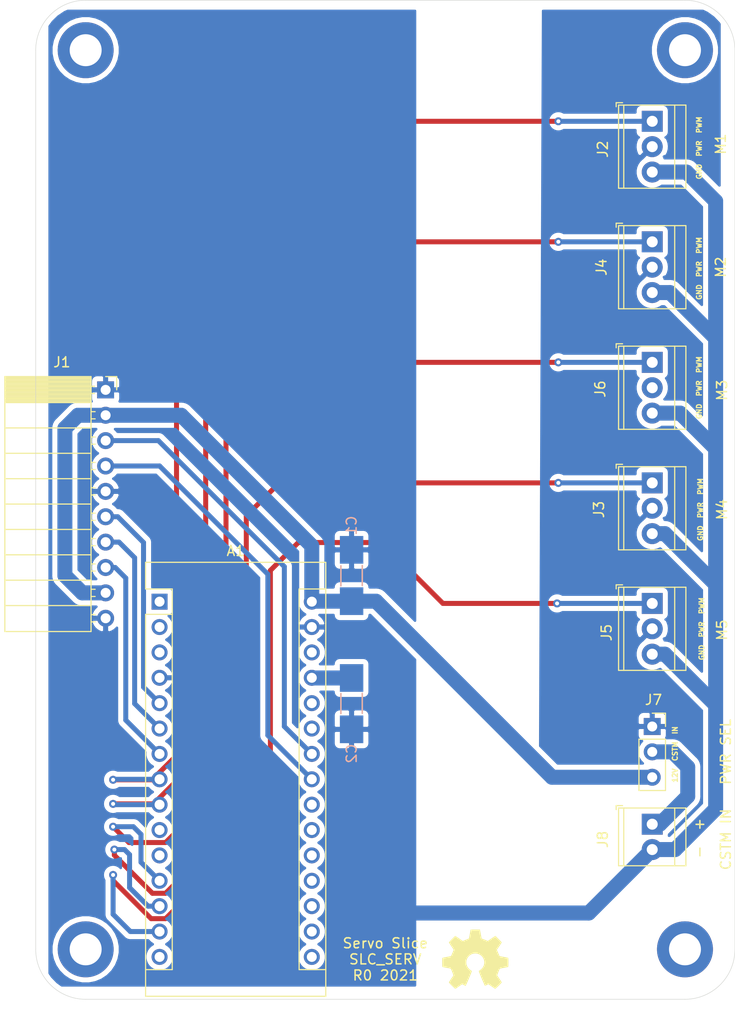
<source format=kicad_pcb>
(kicad_pcb (version 20171130) (host pcbnew 5.1.10-1.fc34)

  (general
    (thickness 1.6)
    (drawings 23)
    (tracks 122)
    (zones 0)
    (modules 16)
    (nets 33)
  )

  (page A4)
  (layers
    (0 F.Cu signal)
    (31 B.Cu signal)
    (32 B.Adhes user)
    (33 F.Adhes user)
    (34 B.Paste user)
    (35 F.Paste user)
    (36 B.SilkS user)
    (37 F.SilkS user)
    (38 B.Mask user)
    (39 F.Mask user)
    (40 Dwgs.User user)
    (41 Cmts.User user)
    (42 Eco1.User user)
    (43 Eco2.User user)
    (44 Edge.Cuts user)
    (45 Margin user)
    (46 B.CrtYd user)
    (47 F.CrtYd user)
    (48 B.Fab user hide)
    (49 F.Fab user hide)
  )

  (setup
    (last_trace_width 0.25)
    (user_trace_width 0.5)
    (user_trace_width 1.5)
    (trace_clearance 0.2)
    (zone_clearance 0.508)
    (zone_45_only no)
    (trace_min 0.2)
    (via_size 0.8)
    (via_drill 0.4)
    (via_min_size 0.4)
    (via_min_drill 0.3)
    (user_via 1.5 1)
    (uvia_size 0.3)
    (uvia_drill 0.1)
    (uvias_allowed no)
    (uvia_min_size 0.2)
    (uvia_min_drill 0.1)
    (edge_width 0.05)
    (segment_width 0.2)
    (pcb_text_width 0.3)
    (pcb_text_size 1.5 1.5)
    (mod_edge_width 0.12)
    (mod_text_size 1 1)
    (mod_text_width 0.15)
    (pad_size 1.524 1.524)
    (pad_drill 0.762)
    (pad_to_mask_clearance 0.05)
    (aux_axis_origin 122.6 139.8)
    (grid_origin 122.6 139.8)
    (visible_elements FFFFFF7F)
    (pcbplotparams
      (layerselection 0x010f0_ffffffff)
      (usegerberextensions false)
      (usegerberattributes true)
      (usegerberadvancedattributes true)
      (creategerberjobfile true)
      (excludeedgelayer true)
      (linewidth 0.100000)
      (plotframeref false)
      (viasonmask false)
      (mode 1)
      (useauxorigin false)
      (hpglpennumber 1)
      (hpglpenspeed 20)
      (hpglpendiameter 15.000000)
      (psnegative false)
      (psa4output false)
      (plotreference true)
      (plotvalue true)
      (plotinvisibletext false)
      (padsonsilk false)
      (subtractmaskfromsilk false)
      (outputformat 1)
      (mirror false)
      (drillshape 0)
      (scaleselection 1)
      (outputdirectory "SLC_SERV/"))
  )

  (net 0 "")
  (net 1 "Net-(A1-Pad16)")
  (net 2 "Net-(A1-Pad15)")
  (net 3 GND)
  (net 4 "Net-(A1-Pad28)")
  (net 5 +5V)
  (net 6 "Net-(A1-Pad11)")
  (net 7 "Net-(A1-Pad26)")
  (net 8 "Net-(A1-Pad10)")
  (net 9 "Net-(A1-Pad25)")
  (net 10 /I2C_CLK)
  (net 11 /I2C_DAT)
  (net 12 "Net-(A1-Pad22)")
  (net 13 /SYNC)
  (net 14 "Net-(A1-Pad21)")
  (net 15 /E_STOP)
  (net 16 "Net-(A1-Pad20)")
  (net 17 "Net-(A1-Pad19)")
  (net 18 "Net-(A1-Pad3)")
  (net 19 "Net-(A1-Pad18)")
  (net 20 "Net-(A1-Pad2)")
  (net 21 "Net-(A1-Pad17)")
  (net 22 "Net-(A1-Pad1)")
  (net 23 +12V)
  (net 24 /INT)
  (net 25 /PWM1)
  (net 26 /PWM2)
  (net 27 /PWM3)
  (net 28 /PWM4)
  (net 29 /PWM5)
  (net 30 /PWR)
  (net 31 "Net-(J6-Pad2)")
  (net 32 /CSTM)

  (net_class Default "This is the default net class."
    (clearance 0.2)
    (trace_width 0.25)
    (via_dia 0.8)
    (via_drill 0.4)
    (uvia_dia 0.3)
    (uvia_drill 0.1)
    (add_net +12V)
    (add_net +5V)
    (add_net /CSTM)
    (add_net /E_STOP)
    (add_net /I2C_CLK)
    (add_net /I2C_DAT)
    (add_net /INT)
    (add_net /PWM1)
    (add_net /PWM2)
    (add_net /PWM3)
    (add_net /PWM4)
    (add_net /PWM5)
    (add_net /PWR)
    (add_net /SYNC)
    (add_net GND)
    (add_net "Net-(A1-Pad1)")
    (add_net "Net-(A1-Pad10)")
    (add_net "Net-(A1-Pad11)")
    (add_net "Net-(A1-Pad15)")
    (add_net "Net-(A1-Pad16)")
    (add_net "Net-(A1-Pad17)")
    (add_net "Net-(A1-Pad18)")
    (add_net "Net-(A1-Pad19)")
    (add_net "Net-(A1-Pad2)")
    (add_net "Net-(A1-Pad20)")
    (add_net "Net-(A1-Pad21)")
    (add_net "Net-(A1-Pad22)")
    (add_net "Net-(A1-Pad25)")
    (add_net "Net-(A1-Pad26)")
    (add_net "Net-(A1-Pad28)")
    (add_net "Net-(A1-Pad3)")
    (add_net "Net-(J6-Pad2)")
  )

  (module TerminalBlock_TE-Connectivity:TerminalBlock_TE_282834-2_1x02_P2.54mm_Horizontal (layer F.Cu) (tedit 5B1EC513) (tstamp 609EC009)
    (at 184.322 122.274 270)
    (descr "Terminal Block TE 282834-2, 2 pins, pitch 2.54mm, size 5.54x6.5mm^2, drill diamater 1.1mm, pad diameter 2.1mm, see http://www.te.com/commerce/DocumentDelivery/DDEController?Action=showdoc&DocId=Customer+Drawing%7F282834%7FC1%7Fpdf%7FEnglish%7FENG_CD_282834_C1.pdf, script-generated using https://github.com/pointhi/kicad-footprint-generator/scripts/TerminalBlock_TE-Connectivity")
    (tags "THT Terminal Block TE 282834-2 pitch 2.54mm size 5.54x6.5mm^2 drill 1.1mm pad 2.1mm")
    (path /60AD530D)
    (fp_text reference J8 (at 1.524 4.953 90) (layer F.SilkS)
      (effects (font (size 1 1) (thickness 0.15)))
    )
    (fp_text value Screw_Terminal_01x02 (at 1.27 4.37 90) (layer F.Fab)
      (effects (font (size 1 1) (thickness 0.15)))
    )
    (fp_line (start 4.54 -3.75) (end -2 -3.75) (layer F.CrtYd) (width 0.05))
    (fp_line (start 4.54 3.75) (end 4.54 -3.75) (layer F.CrtYd) (width 0.05))
    (fp_line (start -2 3.75) (end 4.54 3.75) (layer F.CrtYd) (width 0.05))
    (fp_line (start -2 -3.75) (end -2 3.75) (layer F.CrtYd) (width 0.05))
    (fp_line (start -1.86 3.61) (end -1.46 3.61) (layer F.SilkS) (width 0.12))
    (fp_line (start -1.86 2.97) (end -1.86 3.61) (layer F.SilkS) (width 0.12))
    (fp_line (start 3.241 -0.835) (end 1.706 0.7) (layer F.Fab) (width 0.1))
    (fp_line (start 3.375 -0.7) (end 1.84 0.835) (layer F.Fab) (width 0.1))
    (fp_line (start 0.701 -0.835) (end -0.835 0.7) (layer F.Fab) (width 0.1))
    (fp_line (start 0.835 -0.7) (end -0.701 0.835) (layer F.Fab) (width 0.1))
    (fp_line (start 4.16 -3.37) (end 4.16 3.37) (layer F.SilkS) (width 0.12))
    (fp_line (start -1.62 -3.37) (end -1.62 3.37) (layer F.SilkS) (width 0.12))
    (fp_line (start -1.62 3.37) (end 4.16 3.37) (layer F.SilkS) (width 0.12))
    (fp_line (start -1.62 -3.37) (end 4.16 -3.37) (layer F.SilkS) (width 0.12))
    (fp_line (start -1.62 -2.25) (end 4.16 -2.25) (layer F.SilkS) (width 0.12))
    (fp_line (start -1.5 -2.25) (end 4.04 -2.25) (layer F.Fab) (width 0.1))
    (fp_line (start -1.62 2.85) (end 4.16 2.85) (layer F.SilkS) (width 0.12))
    (fp_line (start -1.5 2.85) (end 4.04 2.85) (layer F.Fab) (width 0.1))
    (fp_line (start -1.5 2.85) (end -1.5 -3.25) (layer F.Fab) (width 0.1))
    (fp_line (start -1.1 3.25) (end -1.5 2.85) (layer F.Fab) (width 0.1))
    (fp_line (start 4.04 3.25) (end -1.1 3.25) (layer F.Fab) (width 0.1))
    (fp_line (start 4.04 -3.25) (end 4.04 3.25) (layer F.Fab) (width 0.1))
    (fp_line (start -1.5 -3.25) (end 4.04 -3.25) (layer F.Fab) (width 0.1))
    (fp_circle (center 2.54 0) (end 3.64 0) (layer F.Fab) (width 0.1))
    (fp_circle (center 0 0) (end 1.1 0) (layer F.Fab) (width 0.1))
    (fp_text user %R (at 1.27 2 90) (layer F.Fab)
      (effects (font (size 1 1) (thickness 0.15)))
    )
    (pad 2 thru_hole circle (at 2.54 0 270) (size 2.1 2.1) (drill 1.1) (layers *.Cu *.Mask)
      (net 3 GND))
    (pad 1 thru_hole rect (at 0 0 270) (size 2.1 2.1) (drill 1.1) (layers *.Cu *.Mask)
      (net 32 /CSTM))
    (model ${KISYS3DMOD}/TerminalBlock_TE-Connectivity.3dshapes/TerminalBlock_TE_282834-2_1x02_P2.54mm_Horizontal.wrl
      (at (xyz 0 0 0))
      (scale (xyz 1 1 1))
      (rotate (xyz 0 0 0))
    )
  )

  (module Connector_PinSocket_2.54mm:PinSocket_1x03_P2.54mm_Vertical (layer F.Cu) (tedit 5A19A429) (tstamp 609EBFE9)
    (at 184.322 112.495)
    (descr "Through hole straight socket strip, 1x03, 2.54mm pitch, single row (from Kicad 4.0.7), script generated")
    (tags "Through hole socket strip THT 1x03 2.54mm single row")
    (path /60AC40B6)
    (fp_text reference J7 (at 0.127 -2.667) (layer F.SilkS)
      (effects (font (size 1 1) (thickness 0.15)))
    )
    (fp_text value Conn_01x03_Male (at 0 7.85) (layer F.Fab)
      (effects (font (size 1 1) (thickness 0.15)))
    )
    (fp_line (start -1.8 6.85) (end -1.8 -1.8) (layer F.CrtYd) (width 0.05))
    (fp_line (start 1.75 6.85) (end -1.8 6.85) (layer F.CrtYd) (width 0.05))
    (fp_line (start 1.75 -1.8) (end 1.75 6.85) (layer F.CrtYd) (width 0.05))
    (fp_line (start -1.8 -1.8) (end 1.75 -1.8) (layer F.CrtYd) (width 0.05))
    (fp_line (start 0 -1.33) (end 1.33 -1.33) (layer F.SilkS) (width 0.12))
    (fp_line (start 1.33 -1.33) (end 1.33 0) (layer F.SilkS) (width 0.12))
    (fp_line (start 1.33 1.27) (end 1.33 6.41) (layer F.SilkS) (width 0.12))
    (fp_line (start -1.33 6.41) (end 1.33 6.41) (layer F.SilkS) (width 0.12))
    (fp_line (start -1.33 1.27) (end -1.33 6.41) (layer F.SilkS) (width 0.12))
    (fp_line (start -1.33 1.27) (end 1.33 1.27) (layer F.SilkS) (width 0.12))
    (fp_line (start -1.27 6.35) (end -1.27 -1.27) (layer F.Fab) (width 0.1))
    (fp_line (start 1.27 6.35) (end -1.27 6.35) (layer F.Fab) (width 0.1))
    (fp_line (start 1.27 -0.635) (end 1.27 6.35) (layer F.Fab) (width 0.1))
    (fp_line (start 0.635 -1.27) (end 1.27 -0.635) (layer F.Fab) (width 0.1))
    (fp_line (start -1.27 -1.27) (end 0.635 -1.27) (layer F.Fab) (width 0.1))
    (fp_text user %R (at 0 2.54 90) (layer F.Fab)
      (effects (font (size 1 1) (thickness 0.15)))
    )
    (pad 3 thru_hole oval (at 0 5.08) (size 1.7 1.7) (drill 1) (layers *.Cu *.Mask)
      (net 23 +12V))
    (pad 2 thru_hole oval (at 0 2.54) (size 1.7 1.7) (drill 1) (layers *.Cu *.Mask)
      (net 32 /CSTM))
    (pad 1 thru_hole rect (at 0 0) (size 1.7 1.7) (drill 1) (layers *.Cu *.Mask)
      (net 30 /PWR))
    (model ${KISYS3DMOD}/Connector_PinSocket_2.54mm.3dshapes/PinSocket_1x03_P2.54mm_Vertical.wrl
      (at (xyz 0 0 0))
      (scale (xyz 1 1 1))
      (rotate (xyz 0 0 0))
    )
  )

  (module TerminalBlock_TE-Connectivity:TerminalBlock_TE_282834-3_1x03_P2.54mm_Horizontal (layer F.Cu) (tedit 5B1EC513) (tstamp 609EA7D5)
    (at 184.322 76.046 270)
    (descr "Terminal Block TE 282834-3, 3 pins, pitch 2.54mm, size 8.08x6.5mm^2, drill diamater 1.1mm, pad diameter 2.1mm, see http://www.te.com/commerce/DocumentDelivery/DDEController?Action=showdoc&DocId=Customer+Drawing%7F282834%7FC1%7Fpdf%7FEnglish%7FENG_CD_282834_C1.pdf, script-generated using https://github.com/pointhi/kicad-footprint-generator/scripts/TerminalBlock_TE-Connectivity")
    (tags "THT Terminal Block TE 282834-3 pitch 2.54mm size 8.08x6.5mm^2 drill 1.1mm pad 2.1mm")
    (path /60A69345)
    (fp_text reference J6 (at 2.667 5.207 90) (layer F.SilkS)
      (effects (font (size 1 1) (thickness 0.15)))
    )
    (fp_text value Screw_Terminal_01x03 (at 2.54 4.37 90) (layer F.Fab)
      (effects (font (size 1 1) (thickness 0.15)))
    )
    (fp_line (start 7.08 -3.75) (end -2 -3.75) (layer F.CrtYd) (width 0.05))
    (fp_line (start 7.08 3.75) (end 7.08 -3.75) (layer F.CrtYd) (width 0.05))
    (fp_line (start -2 3.75) (end 7.08 3.75) (layer F.CrtYd) (width 0.05))
    (fp_line (start -2 -3.75) (end -2 3.75) (layer F.CrtYd) (width 0.05))
    (fp_line (start -1.86 3.61) (end -1.46 3.61) (layer F.SilkS) (width 0.12))
    (fp_line (start -1.86 2.97) (end -1.86 3.61) (layer F.SilkS) (width 0.12))
    (fp_line (start 5.781 -0.835) (end 4.246 0.7) (layer F.Fab) (width 0.1))
    (fp_line (start 5.915 -0.7) (end 4.38 0.835) (layer F.Fab) (width 0.1))
    (fp_line (start 3.241 -0.835) (end 1.706 0.7) (layer F.Fab) (width 0.1))
    (fp_line (start 3.375 -0.7) (end 1.84 0.835) (layer F.Fab) (width 0.1))
    (fp_line (start 0.701 -0.835) (end -0.835 0.7) (layer F.Fab) (width 0.1))
    (fp_line (start 0.835 -0.7) (end -0.701 0.835) (layer F.Fab) (width 0.1))
    (fp_line (start 6.7 -3.37) (end 6.7 3.37) (layer F.SilkS) (width 0.12))
    (fp_line (start -1.62 -3.37) (end -1.62 3.37) (layer F.SilkS) (width 0.12))
    (fp_line (start -1.62 3.37) (end 6.7 3.37) (layer F.SilkS) (width 0.12))
    (fp_line (start -1.62 -3.37) (end 6.7 -3.37) (layer F.SilkS) (width 0.12))
    (fp_line (start -1.62 -2.25) (end 6.7 -2.25) (layer F.SilkS) (width 0.12))
    (fp_line (start -1.5 -2.25) (end 6.58 -2.25) (layer F.Fab) (width 0.1))
    (fp_line (start -1.62 2.85) (end 6.7 2.85) (layer F.SilkS) (width 0.12))
    (fp_line (start -1.5 2.85) (end 6.58 2.85) (layer F.Fab) (width 0.1))
    (fp_line (start -1.5 2.85) (end -1.5 -3.25) (layer F.Fab) (width 0.1))
    (fp_line (start -1.1 3.25) (end -1.5 2.85) (layer F.Fab) (width 0.1))
    (fp_line (start 6.58 3.25) (end -1.1 3.25) (layer F.Fab) (width 0.1))
    (fp_line (start 6.58 -3.25) (end 6.58 3.25) (layer F.Fab) (width 0.1))
    (fp_line (start -1.5 -3.25) (end 6.58 -3.25) (layer F.Fab) (width 0.1))
    (fp_circle (center 5.08 0) (end 6.18 0) (layer F.Fab) (width 0.1))
    (fp_circle (center 2.54 0) (end 3.64 0) (layer F.Fab) (width 0.1))
    (fp_circle (center 0 0) (end 1.1 0) (layer F.Fab) (width 0.1))
    (fp_text user %R (at 2.54 2 90) (layer F.Fab)
      (effects (font (size 1 1) (thickness 0.15)))
    )
    (pad 3 thru_hole circle (at 5.08 0 270) (size 2.1 2.1) (drill 1.1) (layers *.Cu *.Mask)
      (net 3 GND))
    (pad 2 thru_hole circle (at 2.54 0 270) (size 2.1 2.1) (drill 1.1) (layers *.Cu *.Mask)
      (net 31 "Net-(J6-Pad2)"))
    (pad 1 thru_hole rect (at 0 0 270) (size 2.1 2.1) (drill 1.1) (layers *.Cu *.Mask)
      (net 27 /PWM3))
    (model ${KISYS3DMOD}/TerminalBlock_TE-Connectivity.3dshapes/TerminalBlock_TE_282834-3_1x03_P2.54mm_Horizontal.wrl
      (at (xyz 0 0 0))
      (scale (xyz 1 1 1))
      (rotate (xyz 0 0 0))
    )
  )

  (module TerminalBlock_TE-Connectivity:TerminalBlock_TE_282834-3_1x03_P2.54mm_Horizontal (layer F.Cu) (tedit 5B1EC513) (tstamp 609EA7B1)
    (at 184.322 100.176 270)
    (descr "Terminal Block TE 282834-3, 3 pins, pitch 2.54mm, size 8.08x6.5mm^2, drill diamater 1.1mm, pad diameter 2.1mm, see http://www.te.com/commerce/DocumentDelivery/DDEController?Action=showdoc&DocId=Customer+Drawing%7F282834%7FC1%7Fpdf%7FEnglish%7FENG_CD_282834_C1.pdf, script-generated using https://github.com/pointhi/kicad-footprint-generator/scripts/TerminalBlock_TE-Connectivity")
    (tags "THT Terminal Block TE 282834-3 pitch 2.54mm size 8.08x6.5mm^2 drill 1.1mm pad 2.1mm")
    (path /60A6C181)
    (fp_text reference J5 (at 2.921 4.572 90) (layer F.SilkS)
      (effects (font (size 1 1) (thickness 0.15)))
    )
    (fp_text value Screw_Terminal_01x03 (at 2.54 4.37 90) (layer F.Fab)
      (effects (font (size 1 1) (thickness 0.15)))
    )
    (fp_line (start 7.08 -3.75) (end -2 -3.75) (layer F.CrtYd) (width 0.05))
    (fp_line (start 7.08 3.75) (end 7.08 -3.75) (layer F.CrtYd) (width 0.05))
    (fp_line (start -2 3.75) (end 7.08 3.75) (layer F.CrtYd) (width 0.05))
    (fp_line (start -2 -3.75) (end -2 3.75) (layer F.CrtYd) (width 0.05))
    (fp_line (start -1.86 3.61) (end -1.46 3.61) (layer F.SilkS) (width 0.12))
    (fp_line (start -1.86 2.97) (end -1.86 3.61) (layer F.SilkS) (width 0.12))
    (fp_line (start 5.781 -0.835) (end 4.246 0.7) (layer F.Fab) (width 0.1))
    (fp_line (start 5.915 -0.7) (end 4.38 0.835) (layer F.Fab) (width 0.1))
    (fp_line (start 3.241 -0.835) (end 1.706 0.7) (layer F.Fab) (width 0.1))
    (fp_line (start 3.375 -0.7) (end 1.84 0.835) (layer F.Fab) (width 0.1))
    (fp_line (start 0.701 -0.835) (end -0.835 0.7) (layer F.Fab) (width 0.1))
    (fp_line (start 0.835 -0.7) (end -0.701 0.835) (layer F.Fab) (width 0.1))
    (fp_line (start 6.7 -3.37) (end 6.7 3.37) (layer F.SilkS) (width 0.12))
    (fp_line (start -1.62 -3.37) (end -1.62 3.37) (layer F.SilkS) (width 0.12))
    (fp_line (start -1.62 3.37) (end 6.7 3.37) (layer F.SilkS) (width 0.12))
    (fp_line (start -1.62 -3.37) (end 6.7 -3.37) (layer F.SilkS) (width 0.12))
    (fp_line (start -1.62 -2.25) (end 6.7 -2.25) (layer F.SilkS) (width 0.12))
    (fp_line (start -1.5 -2.25) (end 6.58 -2.25) (layer F.Fab) (width 0.1))
    (fp_line (start -1.62 2.85) (end 6.7 2.85) (layer F.SilkS) (width 0.12))
    (fp_line (start -1.5 2.85) (end 6.58 2.85) (layer F.Fab) (width 0.1))
    (fp_line (start -1.5 2.85) (end -1.5 -3.25) (layer F.Fab) (width 0.1))
    (fp_line (start -1.1 3.25) (end -1.5 2.85) (layer F.Fab) (width 0.1))
    (fp_line (start 6.58 3.25) (end -1.1 3.25) (layer F.Fab) (width 0.1))
    (fp_line (start 6.58 -3.25) (end 6.58 3.25) (layer F.Fab) (width 0.1))
    (fp_line (start -1.5 -3.25) (end 6.58 -3.25) (layer F.Fab) (width 0.1))
    (fp_circle (center 5.08 0) (end 6.18 0) (layer F.Fab) (width 0.1))
    (fp_circle (center 2.54 0) (end 3.64 0) (layer F.Fab) (width 0.1))
    (fp_circle (center 0 0) (end 1.1 0) (layer F.Fab) (width 0.1))
    (fp_text user %R (at 2.54 2 90) (layer F.Fab)
      (effects (font (size 1 1) (thickness 0.15)))
    )
    (pad 3 thru_hole circle (at 5.08 0 270) (size 2.1 2.1) (drill 1.1) (layers *.Cu *.Mask)
      (net 3 GND))
    (pad 2 thru_hole circle (at 2.54 0 270) (size 2.1 2.1) (drill 1.1) (layers *.Cu *.Mask)
      (net 30 /PWR))
    (pad 1 thru_hole rect (at 0 0 270) (size 2.1 2.1) (drill 1.1) (layers *.Cu *.Mask)
      (net 29 /PWM5))
    (model ${KISYS3DMOD}/TerminalBlock_TE-Connectivity.3dshapes/TerminalBlock_TE_282834-3_1x03_P2.54mm_Horizontal.wrl
      (at (xyz 0 0 0))
      (scale (xyz 1 1 1))
      (rotate (xyz 0 0 0))
    )
  )

  (module TerminalBlock_TE-Connectivity:TerminalBlock_TE_282834-3_1x03_P2.54mm_Horizontal (layer F.Cu) (tedit 5B1EC513) (tstamp 609EA78D)
    (at 184.322 63.981 270)
    (descr "Terminal Block TE 282834-3, 3 pins, pitch 2.54mm, size 8.08x6.5mm^2, drill diamater 1.1mm, pad diameter 2.1mm, see http://www.te.com/commerce/DocumentDelivery/DDEController?Action=showdoc&DocId=Customer+Drawing%7F282834%7FC1%7Fpdf%7FEnglish%7FENG_CD_282834_C1.pdf, script-generated using https://github.com/pointhi/kicad-footprint-generator/scripts/TerminalBlock_TE-Connectivity")
    (tags "THT Terminal Block TE 282834-3 pitch 2.54mm size 8.08x6.5mm^2 drill 1.1mm pad 2.1mm")
    (path /60A682C3)
    (fp_text reference J4 (at 2.54 5.08 90) (layer F.SilkS)
      (effects (font (size 1 1) (thickness 0.15)))
    )
    (fp_text value Screw_Terminal_01x03 (at 2.54 4.37 90) (layer F.Fab)
      (effects (font (size 1 1) (thickness 0.15)))
    )
    (fp_line (start 7.08 -3.75) (end -2 -3.75) (layer F.CrtYd) (width 0.05))
    (fp_line (start 7.08 3.75) (end 7.08 -3.75) (layer F.CrtYd) (width 0.05))
    (fp_line (start -2 3.75) (end 7.08 3.75) (layer F.CrtYd) (width 0.05))
    (fp_line (start -2 -3.75) (end -2 3.75) (layer F.CrtYd) (width 0.05))
    (fp_line (start -1.86 3.61) (end -1.46 3.61) (layer F.SilkS) (width 0.12))
    (fp_line (start -1.86 2.97) (end -1.86 3.61) (layer F.SilkS) (width 0.12))
    (fp_line (start 5.781 -0.835) (end 4.246 0.7) (layer F.Fab) (width 0.1))
    (fp_line (start 5.915 -0.7) (end 4.38 0.835) (layer F.Fab) (width 0.1))
    (fp_line (start 3.241 -0.835) (end 1.706 0.7) (layer F.Fab) (width 0.1))
    (fp_line (start 3.375 -0.7) (end 1.84 0.835) (layer F.Fab) (width 0.1))
    (fp_line (start 0.701 -0.835) (end -0.835 0.7) (layer F.Fab) (width 0.1))
    (fp_line (start 0.835 -0.7) (end -0.701 0.835) (layer F.Fab) (width 0.1))
    (fp_line (start 6.7 -3.37) (end 6.7 3.37) (layer F.SilkS) (width 0.12))
    (fp_line (start -1.62 -3.37) (end -1.62 3.37) (layer F.SilkS) (width 0.12))
    (fp_line (start -1.62 3.37) (end 6.7 3.37) (layer F.SilkS) (width 0.12))
    (fp_line (start -1.62 -3.37) (end 6.7 -3.37) (layer F.SilkS) (width 0.12))
    (fp_line (start -1.62 -2.25) (end 6.7 -2.25) (layer F.SilkS) (width 0.12))
    (fp_line (start -1.5 -2.25) (end 6.58 -2.25) (layer F.Fab) (width 0.1))
    (fp_line (start -1.62 2.85) (end 6.7 2.85) (layer F.SilkS) (width 0.12))
    (fp_line (start -1.5 2.85) (end 6.58 2.85) (layer F.Fab) (width 0.1))
    (fp_line (start -1.5 2.85) (end -1.5 -3.25) (layer F.Fab) (width 0.1))
    (fp_line (start -1.1 3.25) (end -1.5 2.85) (layer F.Fab) (width 0.1))
    (fp_line (start 6.58 3.25) (end -1.1 3.25) (layer F.Fab) (width 0.1))
    (fp_line (start 6.58 -3.25) (end 6.58 3.25) (layer F.Fab) (width 0.1))
    (fp_line (start -1.5 -3.25) (end 6.58 -3.25) (layer F.Fab) (width 0.1))
    (fp_circle (center 5.08 0) (end 6.18 0) (layer F.Fab) (width 0.1))
    (fp_circle (center 2.54 0) (end 3.64 0) (layer F.Fab) (width 0.1))
    (fp_circle (center 0 0) (end 1.1 0) (layer F.Fab) (width 0.1))
    (fp_text user %R (at 2.54 2 90) (layer F.Fab)
      (effects (font (size 1 1) (thickness 0.15)))
    )
    (pad 3 thru_hole circle (at 5.08 0 270) (size 2.1 2.1) (drill 1.1) (layers *.Cu *.Mask)
      (net 3 GND))
    (pad 2 thru_hole circle (at 2.54 0 270) (size 2.1 2.1) (drill 1.1) (layers *.Cu *.Mask)
      (net 30 /PWR))
    (pad 1 thru_hole rect (at 0 0 270) (size 2.1 2.1) (drill 1.1) (layers *.Cu *.Mask)
      (net 26 /PWM2))
    (model ${KISYS3DMOD}/TerminalBlock_TE-Connectivity.3dshapes/TerminalBlock_TE_282834-3_1x03_P2.54mm_Horizontal.wrl
      (at (xyz 0 0 0))
      (scale (xyz 1 1 1))
      (rotate (xyz 0 0 0))
    )
  )

  (module TerminalBlock_TE-Connectivity:TerminalBlock_TE_282834-3_1x03_P2.54mm_Horizontal (layer F.Cu) (tedit 5B1EC513) (tstamp 609EA769)
    (at 184.322 88.111 270)
    (descr "Terminal Block TE 282834-3, 3 pins, pitch 2.54mm, size 8.08x6.5mm^2, drill diamater 1.1mm, pad diameter 2.1mm, see http://www.te.com/commerce/DocumentDelivery/DDEController?Action=showdoc&DocId=Customer+Drawing%7F282834%7FC1%7Fpdf%7FEnglish%7FENG_CD_282834_C1.pdf, script-generated using https://github.com/pointhi/kicad-footprint-generator/scripts/TerminalBlock_TE-Connectivity")
    (tags "THT Terminal Block TE 282834-3 pitch 2.54mm size 8.08x6.5mm^2 drill 1.1mm pad 2.1mm")
    (path /60A6A56F)
    (fp_text reference J3 (at 2.667 5.334 90) (layer F.SilkS)
      (effects (font (size 1 1) (thickness 0.15)))
    )
    (fp_text value Screw_Terminal_01x03 (at 2.54 4.37 90) (layer F.Fab)
      (effects (font (size 1 1) (thickness 0.15)))
    )
    (fp_line (start 7.08 -3.75) (end -2 -3.75) (layer F.CrtYd) (width 0.05))
    (fp_line (start 7.08 3.75) (end 7.08 -3.75) (layer F.CrtYd) (width 0.05))
    (fp_line (start -2 3.75) (end 7.08 3.75) (layer F.CrtYd) (width 0.05))
    (fp_line (start -2 -3.75) (end -2 3.75) (layer F.CrtYd) (width 0.05))
    (fp_line (start -1.86 3.61) (end -1.46 3.61) (layer F.SilkS) (width 0.12))
    (fp_line (start -1.86 2.97) (end -1.86 3.61) (layer F.SilkS) (width 0.12))
    (fp_line (start 5.781 -0.835) (end 4.246 0.7) (layer F.Fab) (width 0.1))
    (fp_line (start 5.915 -0.7) (end 4.38 0.835) (layer F.Fab) (width 0.1))
    (fp_line (start 3.241 -0.835) (end 1.706 0.7) (layer F.Fab) (width 0.1))
    (fp_line (start 3.375 -0.7) (end 1.84 0.835) (layer F.Fab) (width 0.1))
    (fp_line (start 0.701 -0.835) (end -0.835 0.7) (layer F.Fab) (width 0.1))
    (fp_line (start 0.835 -0.7) (end -0.701 0.835) (layer F.Fab) (width 0.1))
    (fp_line (start 6.7 -3.37) (end 6.7 3.37) (layer F.SilkS) (width 0.12))
    (fp_line (start -1.62 -3.37) (end -1.62 3.37) (layer F.SilkS) (width 0.12))
    (fp_line (start -1.62 3.37) (end 6.7 3.37) (layer F.SilkS) (width 0.12))
    (fp_line (start -1.62 -3.37) (end 6.7 -3.37) (layer F.SilkS) (width 0.12))
    (fp_line (start -1.62 -2.25) (end 6.7 -2.25) (layer F.SilkS) (width 0.12))
    (fp_line (start -1.5 -2.25) (end 6.58 -2.25) (layer F.Fab) (width 0.1))
    (fp_line (start -1.62 2.85) (end 6.7 2.85) (layer F.SilkS) (width 0.12))
    (fp_line (start -1.5 2.85) (end 6.58 2.85) (layer F.Fab) (width 0.1))
    (fp_line (start -1.5 2.85) (end -1.5 -3.25) (layer F.Fab) (width 0.1))
    (fp_line (start -1.1 3.25) (end -1.5 2.85) (layer F.Fab) (width 0.1))
    (fp_line (start 6.58 3.25) (end -1.1 3.25) (layer F.Fab) (width 0.1))
    (fp_line (start 6.58 -3.25) (end 6.58 3.25) (layer F.Fab) (width 0.1))
    (fp_line (start -1.5 -3.25) (end 6.58 -3.25) (layer F.Fab) (width 0.1))
    (fp_circle (center 5.08 0) (end 6.18 0) (layer F.Fab) (width 0.1))
    (fp_circle (center 2.54 0) (end 3.64 0) (layer F.Fab) (width 0.1))
    (fp_circle (center 0 0) (end 1.1 0) (layer F.Fab) (width 0.1))
    (fp_text user %R (at 2.54 2 90) (layer F.Fab)
      (effects (font (size 1 1) (thickness 0.15)))
    )
    (pad 3 thru_hole circle (at 5.08 0 270) (size 2.1 2.1) (drill 1.1) (layers *.Cu *.Mask)
      (net 3 GND))
    (pad 2 thru_hole circle (at 2.54 0 270) (size 2.1 2.1) (drill 1.1) (layers *.Cu *.Mask)
      (net 30 /PWR))
    (pad 1 thru_hole rect (at 0 0 270) (size 2.1 2.1) (drill 1.1) (layers *.Cu *.Mask)
      (net 28 /PWM4))
    (model ${KISYS3DMOD}/TerminalBlock_TE-Connectivity.3dshapes/TerminalBlock_TE_282834-3_1x03_P2.54mm_Horizontal.wrl
      (at (xyz 0 0 0))
      (scale (xyz 1 1 1))
      (rotate (xyz 0 0 0))
    )
  )

  (module TerminalBlock_TE-Connectivity:TerminalBlock_TE_282834-3_1x03_P2.54mm_Horizontal (layer F.Cu) (tedit 5B1EC513) (tstamp 609EA745)
    (at 184.322 51.916 270)
    (descr "Terminal Block TE 282834-3, 3 pins, pitch 2.54mm, size 8.08x6.5mm^2, drill diamater 1.1mm, pad diameter 2.1mm, see http://www.te.com/commerce/DocumentDelivery/DDEController?Action=showdoc&DocId=Customer+Drawing%7F282834%7FC1%7Fpdf%7FEnglish%7FENG_CD_282834_C1.pdf, script-generated using https://github.com/pointhi/kicad-footprint-generator/scripts/TerminalBlock_TE-Connectivity")
    (tags "THT Terminal Block TE 282834-3 pitch 2.54mm size 8.08x6.5mm^2 drill 1.1mm pad 2.1mm")
    (path /60A582EB)
    (fp_text reference J2 (at 2.794 4.953 90) (layer F.SilkS)
      (effects (font (size 1 1) (thickness 0.15)))
    )
    (fp_text value Screw_Terminal_01x03 (at 2.54 4.37 90) (layer F.Fab)
      (effects (font (size 1 1) (thickness 0.15)))
    )
    (fp_line (start 7.08 -3.75) (end -2 -3.75) (layer F.CrtYd) (width 0.05))
    (fp_line (start 7.08 3.75) (end 7.08 -3.75) (layer F.CrtYd) (width 0.05))
    (fp_line (start -2 3.75) (end 7.08 3.75) (layer F.CrtYd) (width 0.05))
    (fp_line (start -2 -3.75) (end -2 3.75) (layer F.CrtYd) (width 0.05))
    (fp_line (start -1.86 3.61) (end -1.46 3.61) (layer F.SilkS) (width 0.12))
    (fp_line (start -1.86 2.97) (end -1.86 3.61) (layer F.SilkS) (width 0.12))
    (fp_line (start 5.781 -0.835) (end 4.246 0.7) (layer F.Fab) (width 0.1))
    (fp_line (start 5.915 -0.7) (end 4.38 0.835) (layer F.Fab) (width 0.1))
    (fp_line (start 3.241 -0.835) (end 1.706 0.7) (layer F.Fab) (width 0.1))
    (fp_line (start 3.375 -0.7) (end 1.84 0.835) (layer F.Fab) (width 0.1))
    (fp_line (start 0.701 -0.835) (end -0.835 0.7) (layer F.Fab) (width 0.1))
    (fp_line (start 0.835 -0.7) (end -0.701 0.835) (layer F.Fab) (width 0.1))
    (fp_line (start 6.7 -3.37) (end 6.7 3.37) (layer F.SilkS) (width 0.12))
    (fp_line (start -1.62 -3.37) (end -1.62 3.37) (layer F.SilkS) (width 0.12))
    (fp_line (start -1.62 3.37) (end 6.7 3.37) (layer F.SilkS) (width 0.12))
    (fp_line (start -1.62 -3.37) (end 6.7 -3.37) (layer F.SilkS) (width 0.12))
    (fp_line (start -1.62 -2.25) (end 6.7 -2.25) (layer F.SilkS) (width 0.12))
    (fp_line (start -1.5 -2.25) (end 6.58 -2.25) (layer F.Fab) (width 0.1))
    (fp_line (start -1.62 2.85) (end 6.7 2.85) (layer F.SilkS) (width 0.12))
    (fp_line (start -1.5 2.85) (end 6.58 2.85) (layer F.Fab) (width 0.1))
    (fp_line (start -1.5 2.85) (end -1.5 -3.25) (layer F.Fab) (width 0.1))
    (fp_line (start -1.1 3.25) (end -1.5 2.85) (layer F.Fab) (width 0.1))
    (fp_line (start 6.58 3.25) (end -1.1 3.25) (layer F.Fab) (width 0.1))
    (fp_line (start 6.58 -3.25) (end 6.58 3.25) (layer F.Fab) (width 0.1))
    (fp_line (start -1.5 -3.25) (end 6.58 -3.25) (layer F.Fab) (width 0.1))
    (fp_circle (center 5.08 0) (end 6.18 0) (layer F.Fab) (width 0.1))
    (fp_circle (center 2.54 0) (end 3.64 0) (layer F.Fab) (width 0.1))
    (fp_circle (center 0 0) (end 1.1 0) (layer F.Fab) (width 0.1))
    (fp_text user %R (at 2.54 2 90) (layer F.Fab)
      (effects (font (size 1 1) (thickness 0.15)))
    )
    (pad 3 thru_hole circle (at 5.08 0 270) (size 2.1 2.1) (drill 1.1) (layers *.Cu *.Mask)
      (net 3 GND))
    (pad 2 thru_hole circle (at 2.54 0 270) (size 2.1 2.1) (drill 1.1) (layers *.Cu *.Mask)
      (net 30 /PWR))
    (pad 1 thru_hole rect (at 0 0 270) (size 2.1 2.1) (drill 1.1) (layers *.Cu *.Mask)
      (net 25 /PWM1))
    (model ${KISYS3DMOD}/TerminalBlock_TE-Connectivity.3dshapes/TerminalBlock_TE_282834-3_1x03_P2.54mm_Horizontal.wrl
      (at (xyz 0 0 0))
      (scale (xyz 1 1 1))
      (rotate (xyz 0 0 0))
    )
  )

  (module Symbol:OSHW-Symbol_6.7x6mm_SilkScreen (layer F.Cu) (tedit 0) (tstamp 5FE4A5C0)
    (at 166.6 135.8)
    (descr "Open Source Hardware Symbol")
    (tags "Logo Symbol OSHW")
    (path /5FE4A934)
    (attr virtual)
    (fp_text reference Logo1 (at 0 0) (layer F.SilkS) hide
      (effects (font (size 1 1) (thickness 0.15)))
    )
    (fp_text value Logo_Open_Hardware_Small (at 0.75 0) (layer F.Fab) hide
      (effects (font (size 1 1) (thickness 0.15)))
    )
    (fp_poly (pts (xy 0.555814 -2.531069) (xy 0.639635 -2.086445) (xy 0.94892 -1.958947) (xy 1.258206 -1.831449)
      (xy 1.629246 -2.083754) (xy 1.733157 -2.154004) (xy 1.827087 -2.216728) (xy 1.906652 -2.269062)
      (xy 1.96747 -2.308143) (xy 2.005157 -2.331107) (xy 2.015421 -2.336058) (xy 2.03391 -2.323324)
      (xy 2.07342 -2.288118) (xy 2.129522 -2.234938) (xy 2.197787 -2.168282) (xy 2.273786 -2.092646)
      (xy 2.353092 -2.012528) (xy 2.431275 -1.932426) (xy 2.503907 -1.856836) (xy 2.566559 -1.790255)
      (xy 2.614803 -1.737182) (xy 2.64421 -1.702113) (xy 2.651241 -1.690377) (xy 2.641123 -1.66874)
      (xy 2.612759 -1.621338) (xy 2.569129 -1.552807) (xy 2.513218 -1.467785) (xy 2.448006 -1.370907)
      (xy 2.410219 -1.31565) (xy 2.341343 -1.214752) (xy 2.28014 -1.123701) (xy 2.229578 -1.04703)
      (xy 2.192628 -0.989272) (xy 2.172258 -0.954957) (xy 2.169197 -0.947746) (xy 2.176136 -0.927252)
      (xy 2.195051 -0.879487) (xy 2.223087 -0.811168) (xy 2.257391 -0.729011) (xy 2.295109 -0.63973)
      (xy 2.333387 -0.550042) (xy 2.36937 -0.466662) (xy 2.400206 -0.396306) (xy 2.423039 -0.34569)
      (xy 2.435017 -0.321529) (xy 2.435724 -0.320578) (xy 2.454531 -0.315964) (xy 2.504618 -0.305672)
      (xy 2.580793 -0.290713) (xy 2.677865 -0.272099) (xy 2.790643 -0.250841) (xy 2.856442 -0.238582)
      (xy 2.97695 -0.215638) (xy 3.085797 -0.193805) (xy 3.177476 -0.174278) (xy 3.246481 -0.158252)
      (xy 3.287304 -0.146921) (xy 3.295511 -0.143326) (xy 3.303548 -0.118994) (xy 3.310033 -0.064041)
      (xy 3.31497 0.015108) (xy 3.318364 0.112026) (xy 3.320218 0.220287) (xy 3.320538 0.333465)
      (xy 3.319327 0.445135) (xy 3.31659 0.548868) (xy 3.312331 0.638241) (xy 3.306555 0.706826)
      (xy 3.299267 0.748197) (xy 3.294895 0.75681) (xy 3.268764 0.767133) (xy 3.213393 0.781892)
      (xy 3.136107 0.799352) (xy 3.04423 0.81778) (xy 3.012158 0.823741) (xy 2.857524 0.852066)
      (xy 2.735375 0.874876) (xy 2.641673 0.89308) (xy 2.572384 0.907583) (xy 2.523471 0.919292)
      (xy 2.490897 0.929115) (xy 2.470628 0.937956) (xy 2.458626 0.946724) (xy 2.456947 0.948457)
      (xy 2.440184 0.976371) (xy 2.414614 1.030695) (xy 2.382788 1.104777) (xy 2.34726 1.191965)
      (xy 2.310583 1.285608) (xy 2.275311 1.379052) (xy 2.243996 1.465647) (xy 2.219193 1.53874)
      (xy 2.203454 1.591678) (xy 2.199332 1.617811) (xy 2.199676 1.618726) (xy 2.213641 1.640086)
      (xy 2.245322 1.687084) (xy 2.291391 1.754827) (xy 2.348518 1.838423) (xy 2.413373 1.932982)
      (xy 2.431843 1.959854) (xy 2.497699 2.057275) (xy 2.55565 2.146163) (xy 2.602538 2.221412)
      (xy 2.635207 2.27792) (xy 2.6505 2.310581) (xy 2.651241 2.314593) (xy 2.638392 2.335684)
      (xy 2.602888 2.377464) (xy 2.549293 2.435445) (xy 2.482171 2.505135) (xy 2.406087 2.582045)
      (xy 2.325604 2.661683) (xy 2.245287 2.739561) (xy 2.169699 2.811186) (xy 2.103405 2.87207)
      (xy 2.050969 2.917721) (xy 2.016955 2.94365) (xy 2.007545 2.947883) (xy 1.985643 2.937912)
      (xy 1.9408 2.91102) (xy 1.880321 2.871736) (xy 1.833789 2.840117) (xy 1.749475 2.782098)
      (xy 1.649626 2.713784) (xy 1.549473 2.645579) (xy 1.495627 2.609075) (xy 1.313371 2.4858)
      (xy 1.160381 2.56852) (xy 1.090682 2.604759) (xy 1.031414 2.632926) (xy 0.991311 2.648991)
      (xy 0.981103 2.651226) (xy 0.968829 2.634722) (xy 0.944613 2.588082) (xy 0.910263 2.515609)
      (xy 0.867588 2.421606) (xy 0.818394 2.310374) (xy 0.76449 2.186215) (xy 0.707684 2.053432)
      (xy 0.649782 1.916327) (xy 0.592593 1.779202) (xy 0.537924 1.646358) (xy 0.487584 1.522098)
      (xy 0.44338 1.410725) (xy 0.407119 1.316539) (xy 0.380609 1.243844) (xy 0.365658 1.196941)
      (xy 0.363254 1.180833) (xy 0.382311 1.160286) (xy 0.424036 1.126933) (xy 0.479706 1.087702)
      (xy 0.484378 1.084599) (xy 0.628264 0.969423) (xy 0.744283 0.835053) (xy 0.83143 0.685784)
      (xy 0.888699 0.525913) (xy 0.915086 0.359737) (xy 0.909585 0.191552) (xy 0.87119 0.025655)
      (xy 0.798895 -0.133658) (xy 0.777626 -0.168513) (xy 0.666996 -0.309263) (xy 0.536302 -0.422286)
      (xy 0.390064 -0.506997) (xy 0.232808 -0.562806) (xy 0.069057 -0.589126) (xy -0.096667 -0.58537)
      (xy -0.259838 -0.55095) (xy -0.415935 -0.485277) (xy -0.560433 -0.387765) (xy -0.605131 -0.348187)
      (xy -0.718888 -0.224297) (xy -0.801782 -0.093876) (xy -0.858644 0.052315) (xy -0.890313 0.197088)
      (xy -0.898131 0.35986) (xy -0.872062 0.52344) (xy -0.814755 0.682298) (xy -0.728856 0.830906)
      (xy -0.617014 0.963735) (xy -0.481877 1.075256) (xy -0.464117 1.087011) (xy -0.40785 1.125508)
      (xy -0.365077 1.158863) (xy -0.344628 1.18016) (xy -0.344331 1.180833) (xy -0.348721 1.203871)
      (xy -0.366124 1.256157) (xy -0.394732 1.33339) (xy -0.432735 1.431268) (xy -0.478326 1.545491)
      (xy -0.529697 1.671758) (xy -0.585038 1.805767) (xy -0.642542 1.943218) (xy -0.700399 2.079808)
      (xy -0.756802 2.211237) (xy -0.809942 2.333205) (xy -0.85801 2.441409) (xy -0.899199 2.531549)
      (xy -0.931699 2.599323) (xy -0.953703 2.64043) (xy -0.962564 2.651226) (xy -0.98964 2.642819)
      (xy -1.040303 2.620272) (xy -1.105817 2.587613) (xy -1.141841 2.56852) (xy -1.294832 2.4858)
      (xy -1.477088 2.609075) (xy -1.570125 2.672228) (xy -1.671985 2.741727) (xy -1.767438 2.807165)
      (xy -1.81525 2.840117) (xy -1.882495 2.885273) (xy -1.939436 2.921057) (xy -1.978646 2.942938)
      (xy -1.991381 2.947563) (xy -2.009917 2.935085) (xy -2.050941 2.900252) (xy -2.110475 2.846678)
      (xy -2.184542 2.777983) (xy -2.269165 2.697781) (xy -2.322685 2.646286) (xy -2.416319 2.554286)
      (xy -2.497241 2.471999) (xy -2.562177 2.402945) (xy -2.607858 2.350644) (xy -2.631011 2.318616)
      (xy -2.633232 2.312116) (xy -2.622924 2.287394) (xy -2.594439 2.237405) (xy -2.550937 2.167212)
      (xy -2.495577 2.081875) (xy -2.43152 1.986456) (xy -2.413303 1.959854) (xy -2.346927 1.863167)
      (xy -2.287378 1.776117) (xy -2.237984 1.703595) (xy -2.202075 1.650493) (xy -2.182981 1.621703)
      (xy -2.181136 1.618726) (xy -2.183895 1.595782) (xy -2.198538 1.545336) (xy -2.222513 1.474041)
      (xy -2.253266 1.388547) (xy -2.288244 1.295507) (xy -2.324893 1.201574) (xy -2.360661 1.113399)
      (xy -2.392994 1.037634) (xy -2.419338 0.980931) (xy -2.437142 0.949943) (xy -2.438407 0.948457)
      (xy -2.449294 0.939601) (xy -2.467682 0.930843) (xy -2.497606 0.921277) (xy -2.543103 0.909996)
      (xy -2.608209 0.896093) (xy -2.696961 0.878663) (xy -2.813393 0.856798) (xy -2.961542 0.829591)
      (xy -2.993618 0.823741) (xy -3.088686 0.805374) (xy -3.171565 0.787405) (xy -3.23493 0.771569)
      (xy -3.271458 0.7596) (xy -3.276356 0.75681) (xy -3.284427 0.732072) (xy -3.290987 0.67679)
      (xy -3.296033 0.597389) (xy -3.299559 0.500296) (xy -3.301561 0.391938) (xy -3.302036 0.27874)
      (xy -3.300977 0.167128) (xy -3.298382 0.063529) (xy -3.294246 -0.025632) (xy -3.288563 -0.093928)
      (xy -3.281331 -0.134934) (xy -3.276971 -0.143326) (xy -3.252698 -0.151792) (xy -3.197426 -0.165565)
      (xy -3.116662 -0.18345) (xy -3.015912 -0.204252) (xy -2.900683 -0.226777) (xy -2.837902 -0.238582)
      (xy -2.718787 -0.260849) (xy -2.612565 -0.281021) (xy -2.524427 -0.298085) (xy -2.459566 -0.311031)
      (xy -2.423174 -0.318845) (xy -2.417184 -0.320578) (xy -2.407061 -0.34011) (xy -2.385662 -0.387157)
      (xy -2.355839 -0.454997) (xy -2.320445 -0.536909) (xy -2.282332 -0.626172) (xy -2.244353 -0.716065)
      (xy -2.20936 -0.799865) (xy -2.180206 -0.870853) (xy -2.159743 -0.922306) (xy -2.150823 -0.947503)
      (xy -2.150657 -0.948604) (xy -2.160769 -0.968481) (xy -2.189117 -1.014223) (xy -2.232723 -1.081283)
      (xy -2.288606 -1.165116) (xy -2.353787 -1.261174) (xy -2.391679 -1.31635) (xy -2.460725 -1.417519)
      (xy -2.52205 -1.50937) (xy -2.572663 -1.587256) (xy -2.609571 -1.646531) (xy -2.629782 -1.682549)
      (xy -2.632701 -1.690623) (xy -2.620153 -1.709416) (xy -2.585463 -1.749543) (xy -2.533063 -1.806507)
      (xy -2.467384 -1.875815) (xy -2.392856 -1.952969) (xy -2.313913 -2.033475) (xy -2.234983 -2.112837)
      (xy -2.1605 -2.18656) (xy -2.094894 -2.250148) (xy -2.042596 -2.299106) (xy -2.008039 -2.328939)
      (xy -1.996478 -2.336058) (xy -1.977654 -2.326047) (xy -1.932631 -2.297922) (xy -1.865787 -2.254546)
      (xy -1.781499 -2.198782) (xy -1.684144 -2.133494) (xy -1.610707 -2.083754) (xy -1.239667 -1.831449)
      (xy -0.621095 -2.086445) (xy -0.537275 -2.531069) (xy -0.453454 -2.975693) (xy 0.471994 -2.975693)
      (xy 0.555814 -2.531069)) (layer F.SilkS) (width 0.01))
  )

  (module MountingHole:MountingHole_3.2mm_M3_DIN965_Pad locked (layer F.Cu) (tedit 56D1B4CB) (tstamp 5FA615E2)
    (at 187.6 134.8)
    (descr "Mounting Hole 3.2mm, M3, DIN965")
    (tags "mounting hole 3.2mm m3 din965")
    (path /5FAB25F7)
    (attr virtual)
    (fp_text reference H4 (at 0 -3.8) (layer F.SilkS) hide
      (effects (font (size 1 1) (thickness 0.15)))
    )
    (fp_text value MountingHole (at 0 3.8) (layer F.Fab)
      (effects (font (size 1 1) (thickness 0.15)))
    )
    (fp_circle (center 0 0) (end 3.05 0) (layer F.CrtYd) (width 0.05))
    (fp_circle (center 0 0) (end 2.8 0) (layer Cmts.User) (width 0.15))
    (fp_text user %R (at 0.3 0) (layer F.Fab)
      (effects (font (size 1 1) (thickness 0.15)))
    )
    (pad 1 thru_hole circle (at 0 0) (size 5.6 5.6) (drill 3.2) (layers *.Cu *.Mask))
  )

  (module MountingHole:MountingHole_3.2mm_M3_DIN965_Pad locked (layer F.Cu) (tedit 56D1B4CB) (tstamp 5FA615DA)
    (at 127.6 134.8)
    (descr "Mounting Hole 3.2mm, M3, DIN965")
    (tags "mounting hole 3.2mm m3 din965")
    (path /5FAB1B3E)
    (attr virtual)
    (fp_text reference H3 (at 0 -3.8) (layer F.SilkS) hide
      (effects (font (size 1 1) (thickness 0.15)))
    )
    (fp_text value MountingHole (at 0 3.8) (layer F.Fab)
      (effects (font (size 1 1) (thickness 0.15)))
    )
    (fp_circle (center 0 0) (end 3.05 0) (layer F.CrtYd) (width 0.05))
    (fp_circle (center 0 0) (end 2.8 0) (layer Cmts.User) (width 0.15))
    (fp_text user %R (at 0.3 0) (layer F.Fab)
      (effects (font (size 1 1) (thickness 0.15)))
    )
    (pad 1 thru_hole circle (at 0 0) (size 5.6 5.6) (drill 3.2) (layers *.Cu *.Mask))
  )

  (module MountingHole:MountingHole_3.2mm_M3_DIN965_Pad locked (layer F.Cu) (tedit 56D1B4CB) (tstamp 5FA615D2)
    (at 187.6 44.8)
    (descr "Mounting Hole 3.2mm, M3, DIN965")
    (tags "mounting hole 3.2mm m3 din965")
    (path /5FAB217D)
    (attr virtual)
    (fp_text reference H2 (at 0 -3.8) (layer F.SilkS) hide
      (effects (font (size 1 1) (thickness 0.15)))
    )
    (fp_text value MountingHole (at 0 3.8) (layer F.Fab)
      (effects (font (size 1 1) (thickness 0.15)))
    )
    (fp_circle (center 0 0) (end 3.05 0) (layer F.CrtYd) (width 0.05))
    (fp_circle (center 0 0) (end 2.8 0) (layer Cmts.User) (width 0.15))
    (fp_text user %R (at 0.3 0) (layer F.Fab)
      (effects (font (size 1 1) (thickness 0.15)))
    )
    (pad 1 thru_hole circle (at 0 0) (size 5.6 5.6) (drill 3.2) (layers *.Cu *.Mask))
  )

  (module MountingHole:MountingHole_3.2mm_M3_DIN965_Pad locked (layer F.Cu) (tedit 56D1B4CB) (tstamp 5FA615CA)
    (at 127.6 44.8)
    (descr "Mounting Hole 3.2mm, M3, DIN965")
    (tags "mounting hole 3.2mm m3 din965")
    (path /5FAB1765)
    (attr virtual)
    (fp_text reference H1 (at 0 -3.8) (layer F.SilkS) hide
      (effects (font (size 1 1) (thickness 0.15)))
    )
    (fp_text value MountingHole (at 0 3.8) (layer F.Fab)
      (effects (font (size 1 1) (thickness 0.15)))
    )
    (fp_circle (center 0 0) (end 3.05 0) (layer F.CrtYd) (width 0.05))
    (fp_circle (center 0 0) (end 2.8 0) (layer Cmts.User) (width 0.15))
    (fp_text user %R (at 0.3 0) (layer F.Fab)
      (effects (font (size 1 1) (thickness 0.15)))
    )
    (pad 1 thru_hole circle (at 0 0) (size 5.6 5.6) (drill 3.2) (layers *.Cu *.Mask))
  )

  (module OCI_UPL_FOOTPRINTS:C_2312 (layer B.Cu) (tedit 59F13FEE) (tstamp 5FE4A234)
    (at 154.223 97.382 90)
    (path /5FA94020)
    (fp_text reference C1 (at 5 0 90) (layer B.SilkS)
      (effects (font (size 1 1) (thickness 0.15)) (justify mirror))
    )
    (fp_text value 10uF_t (at 0 -2.17 90) (layer B.Fab)
      (effects (font (size 1 1) (thickness 0.15)) (justify mirror))
    )
    (fp_line (start 1 1.07) (end -1.01 1.07) (layer B.SilkS) (width 0.15))
    (fp_line (start 0.97 -1.07) (end -1.04 -1.07) (layer B.SilkS) (width 0.15))
    (pad 2 smd rect (at 2.57 0 90) (size 2.77 2.35) (layers B.Cu B.Paste B.Mask)
      (net 3 GND))
    (pad 1 smd rect (at -2.57 0 90) (size 2.77 2.35) (layers B.Cu B.Paste B.Mask)
      (net 23 +12V))
  )

  (module Module:Arduino_Nano locked (layer F.Cu) (tedit 58ACAF70) (tstamp 5FCAAD23)
    (at 135 100)
    (descr "Arduino Nano, http://www.mouser.com/pdfdocs/Gravitech_Arduino_Nano3_0.pdf")
    (tags "Arduino Nano")
    (path /5FCAD89B)
    (fp_text reference A1 (at 7.62 -5.08) (layer F.SilkS)
      (effects (font (size 1 1) (thickness 0.15)))
    )
    (fp_text value Arduino_Nano_v3.x (at 8.89 19.05 90) (layer F.Fab)
      (effects (font (size 1 1) (thickness 0.15)))
    )
    (fp_line (start 16.75 42.16) (end -1.53 42.16) (layer F.CrtYd) (width 0.05))
    (fp_line (start 16.75 42.16) (end 16.75 -4.06) (layer F.CrtYd) (width 0.05))
    (fp_line (start -1.53 -4.06) (end -1.53 42.16) (layer F.CrtYd) (width 0.05))
    (fp_line (start -1.53 -4.06) (end 16.75 -4.06) (layer F.CrtYd) (width 0.05))
    (fp_line (start 16.51 -3.81) (end 16.51 39.37) (layer F.Fab) (width 0.1))
    (fp_line (start 0 -3.81) (end 16.51 -3.81) (layer F.Fab) (width 0.1))
    (fp_line (start -1.27 -2.54) (end 0 -3.81) (layer F.Fab) (width 0.1))
    (fp_line (start -1.27 39.37) (end -1.27 -2.54) (layer F.Fab) (width 0.1))
    (fp_line (start 16.51 39.37) (end -1.27 39.37) (layer F.Fab) (width 0.1))
    (fp_line (start 16.64 -3.94) (end -1.4 -3.94) (layer F.SilkS) (width 0.12))
    (fp_line (start 16.64 39.5) (end 16.64 -3.94) (layer F.SilkS) (width 0.12))
    (fp_line (start -1.4 39.5) (end 16.64 39.5) (layer F.SilkS) (width 0.12))
    (fp_line (start 3.81 41.91) (end 3.81 31.75) (layer F.Fab) (width 0.1))
    (fp_line (start 11.43 41.91) (end 3.81 41.91) (layer F.Fab) (width 0.1))
    (fp_line (start 11.43 31.75) (end 11.43 41.91) (layer F.Fab) (width 0.1))
    (fp_line (start 3.81 31.75) (end 11.43 31.75) (layer F.Fab) (width 0.1))
    (fp_line (start 1.27 36.83) (end -1.4 36.83) (layer F.SilkS) (width 0.12))
    (fp_line (start 1.27 1.27) (end 1.27 36.83) (layer F.SilkS) (width 0.12))
    (fp_line (start 1.27 1.27) (end -1.4 1.27) (layer F.SilkS) (width 0.12))
    (fp_line (start 13.97 36.83) (end 16.64 36.83) (layer F.SilkS) (width 0.12))
    (fp_line (start 13.97 -1.27) (end 13.97 36.83) (layer F.SilkS) (width 0.12))
    (fp_line (start 13.97 -1.27) (end 16.64 -1.27) (layer F.SilkS) (width 0.12))
    (fp_line (start -1.4 -3.94) (end -1.4 -1.27) (layer F.SilkS) (width 0.12))
    (fp_line (start -1.4 1.27) (end -1.4 39.5) (layer F.SilkS) (width 0.12))
    (fp_line (start 1.27 -1.27) (end -1.4 -1.27) (layer F.SilkS) (width 0.12))
    (fp_line (start 1.27 1.27) (end 1.27 -1.27) (layer F.SilkS) (width 0.12))
    (fp_text user %R (at 6.35 19.05 90) (layer F.Fab)
      (effects (font (size 1 1) (thickness 0.15)))
    )
    (pad 1 thru_hole rect (at 0 0) (size 1.6 1.6) (drill 1) (layers *.Cu *.Mask)
      (net 22 "Net-(A1-Pad1)"))
    (pad 17 thru_hole oval (at 15.24 33.02) (size 1.6 1.6) (drill 1) (layers *.Cu *.Mask)
      (net 21 "Net-(A1-Pad17)"))
    (pad 2 thru_hole oval (at 0 2.54) (size 1.6 1.6) (drill 1) (layers *.Cu *.Mask)
      (net 20 "Net-(A1-Pad2)"))
    (pad 18 thru_hole oval (at 15.24 30.48) (size 1.6 1.6) (drill 1) (layers *.Cu *.Mask)
      (net 19 "Net-(A1-Pad18)"))
    (pad 3 thru_hole oval (at 0 5.08) (size 1.6 1.6) (drill 1) (layers *.Cu *.Mask)
      (net 18 "Net-(A1-Pad3)"))
    (pad 19 thru_hole oval (at 15.24 27.94) (size 1.6 1.6) (drill 1) (layers *.Cu *.Mask)
      (net 17 "Net-(A1-Pad19)"))
    (pad 4 thru_hole oval (at 0 7.62) (size 1.6 1.6) (drill 1) (layers *.Cu *.Mask)
      (net 3 GND))
    (pad 20 thru_hole oval (at 15.24 25.4) (size 1.6 1.6) (drill 1) (layers *.Cu *.Mask)
      (net 16 "Net-(A1-Pad20)"))
    (pad 5 thru_hole oval (at 0 10.16) (size 1.6 1.6) (drill 1) (layers *.Cu *.Mask)
      (net 15 /E_STOP))
    (pad 21 thru_hole oval (at 15.24 22.86) (size 1.6 1.6) (drill 1) (layers *.Cu *.Mask)
      (net 14 "Net-(A1-Pad21)"))
    (pad 6 thru_hole oval (at 0 12.7) (size 1.6 1.6) (drill 1) (layers *.Cu *.Mask)
      (net 24 /INT))
    (pad 22 thru_hole oval (at 15.24 20.32) (size 1.6 1.6) (drill 1) (layers *.Cu *.Mask)
      (net 12 "Net-(A1-Pad22)"))
    (pad 7 thru_hole oval (at 0 15.24) (size 1.6 1.6) (drill 1) (layers *.Cu *.Mask)
      (net 13 /SYNC))
    (pad 23 thru_hole oval (at 15.24 17.78) (size 1.6 1.6) (drill 1) (layers *.Cu *.Mask)
      (net 11 /I2C_DAT))
    (pad 8 thru_hole oval (at 0 17.78) (size 1.6 1.6) (drill 1) (layers *.Cu *.Mask)
      (net 25 /PWM1))
    (pad 24 thru_hole oval (at 15.24 15.24) (size 1.6 1.6) (drill 1) (layers *.Cu *.Mask)
      (net 10 /I2C_CLK))
    (pad 9 thru_hole oval (at 0 20.32) (size 1.6 1.6) (drill 1) (layers *.Cu *.Mask)
      (net 26 /PWM2))
    (pad 25 thru_hole oval (at 15.24 12.7) (size 1.6 1.6) (drill 1) (layers *.Cu *.Mask)
      (net 9 "Net-(A1-Pad25)"))
    (pad 10 thru_hole oval (at 0 22.86) (size 1.6 1.6) (drill 1) (layers *.Cu *.Mask)
      (net 8 "Net-(A1-Pad10)"))
    (pad 26 thru_hole oval (at 15.24 10.16) (size 1.6 1.6) (drill 1) (layers *.Cu *.Mask)
      (net 7 "Net-(A1-Pad26)"))
    (pad 11 thru_hole oval (at 0 25.4) (size 1.6 1.6) (drill 1) (layers *.Cu *.Mask)
      (net 6 "Net-(A1-Pad11)"))
    (pad 27 thru_hole oval (at 15.24 7.62) (size 1.6 1.6) (drill 1) (layers *.Cu *.Mask)
      (net 5 +5V))
    (pad 12 thru_hole oval (at 0 27.94) (size 1.6 1.6) (drill 1) (layers *.Cu *.Mask)
      (net 27 /PWM3))
    (pad 28 thru_hole oval (at 15.24 5.08) (size 1.6 1.6) (drill 1) (layers *.Cu *.Mask)
      (net 4 "Net-(A1-Pad28)"))
    (pad 13 thru_hole oval (at 0 30.48) (size 1.6 1.6) (drill 1) (layers *.Cu *.Mask)
      (net 28 /PWM4))
    (pad 29 thru_hole oval (at 15.24 2.54) (size 1.6 1.6) (drill 1) (layers *.Cu *.Mask)
      (net 3 GND))
    (pad 14 thru_hole oval (at 0 33.02) (size 1.6 1.6) (drill 1) (layers *.Cu *.Mask)
      (net 29 /PWM5))
    (pad 30 thru_hole oval (at 15.24 0) (size 1.6 1.6) (drill 1) (layers *.Cu *.Mask)
      (net 23 +12V))
    (pad 15 thru_hole oval (at 0 35.56) (size 1.6 1.6) (drill 1) (layers *.Cu *.Mask)
      (net 2 "Net-(A1-Pad15)"))
    (pad 16 thru_hole oval (at 15.24 35.56) (size 1.6 1.6) (drill 1) (layers *.Cu *.Mask)
      (net 1 "Net-(A1-Pad16)"))
    (model ${KISYS3DMOD}/Module.3dshapes/Arduino_Nano_WithMountingHoles.wrl
      (at (xyz 0 0 0))
      (scale (xyz 1 1 1))
      (rotate (xyz 0 0 0))
    )
  )

  (module OCI_UPL_FOOTPRINTS:C_2312 (layer B.Cu) (tedit 59F13FEE) (tstamp 5FE49822)
    (at 154.223 110.209 270)
    (path /5FE84189)
    (fp_text reference C2 (at 5 0 90) (layer B.SilkS)
      (effects (font (size 1 1) (thickness 0.15)) (justify mirror))
    )
    (fp_text value 10uF_t (at 0 -2.17 90) (layer B.Fab)
      (effects (font (size 1 1) (thickness 0.15)) (justify mirror))
    )
    (fp_line (start 0.97 -1.07) (end -1.04 -1.07) (layer B.SilkS) (width 0.15))
    (fp_line (start 1 1.07) (end -1.01 1.07) (layer B.SilkS) (width 0.15))
    (pad 1 smd rect (at -2.57 0 270) (size 2.77 2.35) (layers B.Cu B.Paste B.Mask)
      (net 5 +5V))
    (pad 2 smd rect (at 2.57 0 270) (size 2.77 2.35) (layers B.Cu B.Paste B.Mask)
      (net 3 GND))
  )

  (module Connector_PinSocket_2.54mm:PinSocket_1x10_P2.54mm_Horizontal locked (layer F.Cu) (tedit 5A19A425) (tstamp 5FE49ADF)
    (at 129.6 78.8)
    (descr "Through hole angled socket strip, 1x10, 2.54mm pitch, 8.51mm socket length, single row (from Kicad 4.0.7), script generated")
    (tags "Through hole angled socket strip THT 1x10 2.54mm single row")
    (path /5FE6B3C7)
    (fp_text reference J1 (at -4.38 -2.77) (layer F.SilkS)
      (effects (font (size 1 1) (thickness 0.15)))
    )
    (fp_text value Conn_01x10_Female (at -4.38 25.63) (layer F.Fab)
      (effects (font (size 1 1) (thickness 0.15)))
    )
    (fp_line (start -10.03 -1.27) (end -2.49 -1.27) (layer F.Fab) (width 0.1))
    (fp_line (start -2.49 -1.27) (end -1.52 -0.3) (layer F.Fab) (width 0.1))
    (fp_line (start -1.52 -0.3) (end -1.52 24.13) (layer F.Fab) (width 0.1))
    (fp_line (start -1.52 24.13) (end -10.03 24.13) (layer F.Fab) (width 0.1))
    (fp_line (start -10.03 24.13) (end -10.03 -1.27) (layer F.Fab) (width 0.1))
    (fp_line (start 0 -0.3) (end -1.52 -0.3) (layer F.Fab) (width 0.1))
    (fp_line (start -1.52 0.3) (end 0 0.3) (layer F.Fab) (width 0.1))
    (fp_line (start 0 0.3) (end 0 -0.3) (layer F.Fab) (width 0.1))
    (fp_line (start 0 2.24) (end -1.52 2.24) (layer F.Fab) (width 0.1))
    (fp_line (start -1.52 2.84) (end 0 2.84) (layer F.Fab) (width 0.1))
    (fp_line (start 0 2.84) (end 0 2.24) (layer F.Fab) (width 0.1))
    (fp_line (start 0 4.78) (end -1.52 4.78) (layer F.Fab) (width 0.1))
    (fp_line (start -1.52 5.38) (end 0 5.38) (layer F.Fab) (width 0.1))
    (fp_line (start 0 5.38) (end 0 4.78) (layer F.Fab) (width 0.1))
    (fp_line (start 0 7.32) (end -1.52 7.32) (layer F.Fab) (width 0.1))
    (fp_line (start -1.52 7.92) (end 0 7.92) (layer F.Fab) (width 0.1))
    (fp_line (start 0 7.92) (end 0 7.32) (layer F.Fab) (width 0.1))
    (fp_line (start 0 9.86) (end -1.52 9.86) (layer F.Fab) (width 0.1))
    (fp_line (start -1.52 10.46) (end 0 10.46) (layer F.Fab) (width 0.1))
    (fp_line (start 0 10.46) (end 0 9.86) (layer F.Fab) (width 0.1))
    (fp_line (start 0 12.4) (end -1.52 12.4) (layer F.Fab) (width 0.1))
    (fp_line (start -1.52 13) (end 0 13) (layer F.Fab) (width 0.1))
    (fp_line (start 0 13) (end 0 12.4) (layer F.Fab) (width 0.1))
    (fp_line (start 0 14.94) (end -1.52 14.94) (layer F.Fab) (width 0.1))
    (fp_line (start -1.52 15.54) (end 0 15.54) (layer F.Fab) (width 0.1))
    (fp_line (start 0 15.54) (end 0 14.94) (layer F.Fab) (width 0.1))
    (fp_line (start 0 17.48) (end -1.52 17.48) (layer F.Fab) (width 0.1))
    (fp_line (start -1.52 18.08) (end 0 18.08) (layer F.Fab) (width 0.1))
    (fp_line (start 0 18.08) (end 0 17.48) (layer F.Fab) (width 0.1))
    (fp_line (start 0 20.02) (end -1.52 20.02) (layer F.Fab) (width 0.1))
    (fp_line (start -1.52 20.62) (end 0 20.62) (layer F.Fab) (width 0.1))
    (fp_line (start 0 20.62) (end 0 20.02) (layer F.Fab) (width 0.1))
    (fp_line (start 0 22.56) (end -1.52 22.56) (layer F.Fab) (width 0.1))
    (fp_line (start -1.52 23.16) (end 0 23.16) (layer F.Fab) (width 0.1))
    (fp_line (start 0 23.16) (end 0 22.56) (layer F.Fab) (width 0.1))
    (fp_line (start -10.09 -1.21) (end -1.46 -1.21) (layer F.SilkS) (width 0.12))
    (fp_line (start -10.09 -1.091905) (end -1.46 -1.091905) (layer F.SilkS) (width 0.12))
    (fp_line (start -10.09 -0.97381) (end -1.46 -0.97381) (layer F.SilkS) (width 0.12))
    (fp_line (start -10.09 -0.855715) (end -1.46 -0.855715) (layer F.SilkS) (width 0.12))
    (fp_line (start -10.09 -0.73762) (end -1.46 -0.73762) (layer F.SilkS) (width 0.12))
    (fp_line (start -10.09 -0.619525) (end -1.46 -0.619525) (layer F.SilkS) (width 0.12))
    (fp_line (start -10.09 -0.50143) (end -1.46 -0.50143) (layer F.SilkS) (width 0.12))
    (fp_line (start -10.09 -0.383335) (end -1.46 -0.383335) (layer F.SilkS) (width 0.12))
    (fp_line (start -10.09 -0.26524) (end -1.46 -0.26524) (layer F.SilkS) (width 0.12))
    (fp_line (start -10.09 -0.147145) (end -1.46 -0.147145) (layer F.SilkS) (width 0.12))
    (fp_line (start -10.09 -0.02905) (end -1.46 -0.02905) (layer F.SilkS) (width 0.12))
    (fp_line (start -10.09 0.089045) (end -1.46 0.089045) (layer F.SilkS) (width 0.12))
    (fp_line (start -10.09 0.20714) (end -1.46 0.20714) (layer F.SilkS) (width 0.12))
    (fp_line (start -10.09 0.325235) (end -1.46 0.325235) (layer F.SilkS) (width 0.12))
    (fp_line (start -10.09 0.44333) (end -1.46 0.44333) (layer F.SilkS) (width 0.12))
    (fp_line (start -10.09 0.561425) (end -1.46 0.561425) (layer F.SilkS) (width 0.12))
    (fp_line (start -10.09 0.67952) (end -1.46 0.67952) (layer F.SilkS) (width 0.12))
    (fp_line (start -10.09 0.797615) (end -1.46 0.797615) (layer F.SilkS) (width 0.12))
    (fp_line (start -10.09 0.91571) (end -1.46 0.91571) (layer F.SilkS) (width 0.12))
    (fp_line (start -10.09 1.033805) (end -1.46 1.033805) (layer F.SilkS) (width 0.12))
    (fp_line (start -10.09 1.1519) (end -1.46 1.1519) (layer F.SilkS) (width 0.12))
    (fp_line (start -1.46 -0.36) (end -1.11 -0.36) (layer F.SilkS) (width 0.12))
    (fp_line (start -1.46 0.36) (end -1.11 0.36) (layer F.SilkS) (width 0.12))
    (fp_line (start -1.46 2.18) (end -1.05 2.18) (layer F.SilkS) (width 0.12))
    (fp_line (start -1.46 2.9) (end -1.05 2.9) (layer F.SilkS) (width 0.12))
    (fp_line (start -1.46 4.72) (end -1.05 4.72) (layer F.SilkS) (width 0.12))
    (fp_line (start -1.46 5.44) (end -1.05 5.44) (layer F.SilkS) (width 0.12))
    (fp_line (start -1.46 7.26) (end -1.05 7.26) (layer F.SilkS) (width 0.12))
    (fp_line (start -1.46 7.98) (end -1.05 7.98) (layer F.SilkS) (width 0.12))
    (fp_line (start -1.46 9.8) (end -1.05 9.8) (layer F.SilkS) (width 0.12))
    (fp_line (start -1.46 10.52) (end -1.05 10.52) (layer F.SilkS) (width 0.12))
    (fp_line (start -1.46 12.34) (end -1.05 12.34) (layer F.SilkS) (width 0.12))
    (fp_line (start -1.46 13.06) (end -1.05 13.06) (layer F.SilkS) (width 0.12))
    (fp_line (start -1.46 14.88) (end -1.05 14.88) (layer F.SilkS) (width 0.12))
    (fp_line (start -1.46 15.6) (end -1.05 15.6) (layer F.SilkS) (width 0.12))
    (fp_line (start -1.46 17.42) (end -1.05 17.42) (layer F.SilkS) (width 0.12))
    (fp_line (start -1.46 18.14) (end -1.05 18.14) (layer F.SilkS) (width 0.12))
    (fp_line (start -1.46 19.96) (end -1.05 19.96) (layer F.SilkS) (width 0.12))
    (fp_line (start -1.46 20.68) (end -1.05 20.68) (layer F.SilkS) (width 0.12))
    (fp_line (start -1.46 22.5) (end -1.05 22.5) (layer F.SilkS) (width 0.12))
    (fp_line (start -1.46 23.22) (end -1.05 23.22) (layer F.SilkS) (width 0.12))
    (fp_line (start -10.09 1.27) (end -1.46 1.27) (layer F.SilkS) (width 0.12))
    (fp_line (start -10.09 3.81) (end -1.46 3.81) (layer F.SilkS) (width 0.12))
    (fp_line (start -10.09 6.35) (end -1.46 6.35) (layer F.SilkS) (width 0.12))
    (fp_line (start -10.09 8.89) (end -1.46 8.89) (layer F.SilkS) (width 0.12))
    (fp_line (start -10.09 11.43) (end -1.46 11.43) (layer F.SilkS) (width 0.12))
    (fp_line (start -10.09 13.97) (end -1.46 13.97) (layer F.SilkS) (width 0.12))
    (fp_line (start -10.09 16.51) (end -1.46 16.51) (layer F.SilkS) (width 0.12))
    (fp_line (start -10.09 19.05) (end -1.46 19.05) (layer F.SilkS) (width 0.12))
    (fp_line (start -10.09 21.59) (end -1.46 21.59) (layer F.SilkS) (width 0.12))
    (fp_line (start -10.09 -1.33) (end -1.46 -1.33) (layer F.SilkS) (width 0.12))
    (fp_line (start -1.46 -1.33) (end -1.46 24.19) (layer F.SilkS) (width 0.12))
    (fp_line (start -10.09 24.19) (end -1.46 24.19) (layer F.SilkS) (width 0.12))
    (fp_line (start -10.09 -1.33) (end -10.09 24.19) (layer F.SilkS) (width 0.12))
    (fp_line (start 1.11 -1.33) (end 1.11 0) (layer F.SilkS) (width 0.12))
    (fp_line (start 0 -1.33) (end 1.11 -1.33) (layer F.SilkS) (width 0.12))
    (fp_line (start 1.75 -1.75) (end -10.55 -1.75) (layer F.CrtYd) (width 0.05))
    (fp_line (start -10.55 -1.75) (end -10.55 24.65) (layer F.CrtYd) (width 0.05))
    (fp_line (start -10.55 24.65) (end 1.75 24.65) (layer F.CrtYd) (width 0.05))
    (fp_line (start 1.75 24.65) (end 1.75 -1.75) (layer F.CrtYd) (width 0.05))
    (fp_text user %R (at -5.775 11.43 90) (layer F.Fab)
      (effects (font (size 1 1) (thickness 0.15)))
    )
    (pad 1 thru_hole rect (at 0 0) (size 1.7 1.7) (drill 1) (layers *.Cu *.Mask)
      (net 3 GND))
    (pad 2 thru_hole oval (at 0 2.54) (size 1.7 1.7) (drill 1) (layers *.Cu *.Mask)
      (net 23 +12V))
    (pad 3 thru_hole oval (at 0 5.08) (size 1.7 1.7) (drill 1) (layers *.Cu *.Mask)
      (net 10 /I2C_CLK))
    (pad 4 thru_hole oval (at 0 7.62) (size 1.7 1.7) (drill 1) (layers *.Cu *.Mask)
      (net 11 /I2C_DAT))
    (pad 5 thru_hole oval (at 0 10.16) (size 1.7 1.7) (drill 1) (layers *.Cu *.Mask)
      (net 3 GND))
    (pad 6 thru_hole oval (at 0 12.7) (size 1.7 1.7) (drill 1) (layers *.Cu *.Mask)
      (net 15 /E_STOP))
    (pad 7 thru_hole oval (at 0 15.24) (size 1.7 1.7) (drill 1) (layers *.Cu *.Mask)
      (net 24 /INT))
    (pad 8 thru_hole oval (at 0 17.78) (size 1.7 1.7) (drill 1) (layers *.Cu *.Mask)
      (net 13 /SYNC))
    (pad 9 thru_hole oval (at 0 20.32) (size 1.7 1.7) (drill 1) (layers *.Cu *.Mask)
      (net 23 +12V))
    (pad 10 thru_hole oval (at 0 22.86) (size 1.7 1.7) (drill 1) (layers *.Cu *.Mask)
      (net 3 GND))
    (model ${KISYS3DMOD}/Connector_PinSocket_2.54mm.3dshapes/PinSocket_1x10_P2.54mm_Horizontal.wrl
      (at (xyz 0 0 0))
      (scale (xyz 1 1 1))
      (rotate (xyz 0 0 0))
    )
  )

  (gr_text M5 (at 191.307 102.843 90) (layer F.SilkS)
    (effects (font (size 1 1) (thickness 0.15)))
  )
  (gr_text M4 (at 191.307 90.778 90) (layer F.SilkS)
    (effects (font (size 1 1) (thickness 0.15)))
  )
  (gr_text M3 (at 191.307 78.84 90) (layer F.SilkS)
    (effects (font (size 1 1) (thickness 0.15)))
  )
  (gr_text M2 (at 191.18 66.521 90) (layer F.SilkS)
    (effects (font (size 1 1) (thickness 0.15)))
  )
  (gr_text "GND  PWR  PWM" (at 189.275 102.716 90) (layer F.SilkS) (tstamp 609EC39F)
    (effects (font (size 0.5 0.5) (thickness 0.125)))
  )
  (gr_text "GND  PWR  PWM" (at 189.148 90.778 90) (layer F.SilkS) (tstamp 609EC39F)
    (effects (font (size 0.5 0.5) (thickness 0.125)))
  )
  (gr_text "GND  PWR  PWM" (at 189.021 78.586 90) (layer F.SilkS) (tstamp 609EC39F)
    (effects (font (size 0.5 0.5) (thickness 0.125)))
  )
  (gr_text "GND  PWR  PWM" (at 189.021 66.648 90) (layer F.SilkS) (tstamp 609EC39F)
    (effects (font (size 0.5 0.5) (thickness 0.125)))
  )
  (gr_text "GND  PWR  PWM" (at 189.021 54.583 90) (layer F.SilkS)
    (effects (font (size 0.5 0.5) (thickness 0.125)))
  )
  (gr_text M1 (at 191.18 54.202 90) (layer F.SilkS)
    (effects (font (size 1 1) (thickness 0.15)))
  )
  (gr_text "12V  CSTM  IN" (at 186.608 115.289 90) (layer F.SilkS)
    (effects (font (size 0.5 0.5) (thickness 0.125)))
  )
  (gr_text "PWR SEL" (at 191.688 115.035 90) (layer F.SilkS)
    (effects (font (size 1 1) (thickness 0.15)))
  )
  (gr_text "-  +\n" (at 189.021 123.671 90) (layer F.SilkS)
    (effects (font (size 1 1) (thickness 0.15)))
  )
  (gr_text "CSTM IN" (at 191.688 123.798 90) (layer F.SilkS)
    (effects (font (size 1 1) (thickness 0.15)))
  )
  (gr_text "Servo Slice\nSLC_SERV\nR0 2021" (at 157.599999 135.8) (layer F.SilkS)
    (effects (font (size 1 1) (thickness 0.15)))
  )
  (gr_line (start 192.6 44.8) (end 192.6 134.8) (layer Edge.Cuts) (width 0.05) (tstamp 5FA6191E))
  (gr_arc (start 187.6 44.8) (end 192.6 44.8) (angle -90) (layer Edge.Cuts) (width 0.05))
  (gr_line (start 127.6 39.8) (end 187.6 39.8) (layer Edge.Cuts) (width 0.05))
  (gr_arc (start 127.6 44.8) (end 127.6 39.8) (angle -90) (layer Edge.Cuts) (width 0.05))
  (gr_line (start 122.6 134.8) (end 122.6 44.8) (layer Edge.Cuts) (width 0.05))
  (gr_arc (start 187.6 134.8) (end 187.6 139.8) (angle -90) (layer Edge.Cuts) (width 0.05))
  (gr_arc (start 127.6 134.8) (end 122.6 134.8) (angle -90) (layer Edge.Cuts) (width 0.05))
  (gr_line (start 127.6 139.8) (end 187.6 139.8) (layer Edge.Cuts) (width 0.05))

  (segment (start 184.322 124.814) (end 177.972 131.164) (width 1.5) (layer B.Cu) (net 3))
  (segment (start 177.972 131.164) (end 158.287 131.164) (width 1.5) (layer B.Cu) (net 3))
  (segment (start 184.322 124.814) (end 186.608 124.814) (width 1.5) (layer B.Cu) (net 3))
  (segment (start 186.608 124.814) (end 190.672 120.75) (width 1.5) (layer B.Cu) (net 3))
  (segment (start 190.672 120.75) (end 190.672 110.336) (width 1.5) (layer B.Cu) (net 3))
  (segment (start 185.592 105.256) (end 184.322 105.256) (width 1.5) (layer B.Cu) (net 3))
  (segment (start 190.672 110.336) (end 185.592 105.256) (width 1.5) (layer B.Cu) (net 3))
  (segment (start 190.672 110.336) (end 190.672 98.271) (width 1.5) (layer B.Cu) (net 3))
  (segment (start 185.592 93.191) (end 184.322 93.191) (width 1.5) (layer B.Cu) (net 3))
  (segment (start 190.672 98.271) (end 185.592 93.191) (width 1.5) (layer B.Cu) (net 3))
  (segment (start 190.672 98.271) (end 190.672 84.682) (width 1.5) (layer B.Cu) (net 3))
  (segment (start 187.116 81.126) (end 184.322 81.126) (width 1.5) (layer B.Cu) (net 3))
  (segment (start 190.672 84.682) (end 187.116 81.126) (width 1.5) (layer B.Cu) (net 3))
  (segment (start 190.672 84.682) (end 190.672 73.633) (width 1.5) (layer B.Cu) (net 3))
  (segment (start 186.1 69.061) (end 184.322 69.061) (width 1.5) (layer B.Cu) (net 3))
  (segment (start 190.672 73.633) (end 186.1 69.061) (width 1.5) (layer B.Cu) (net 3))
  (segment (start 190.672 73.633) (end 190.672 59.917) (width 1.5) (layer B.Cu) (net 3))
  (segment (start 187.751 56.996) (end 184.322 56.996) (width 1.5) (layer B.Cu) (net 3))
  (segment (start 190.672 59.917) (end 187.751 56.996) (width 1.5) (layer B.Cu) (net 3))
  (segment (start 150.259 107.639) (end 150.24 107.62) (width 1.5) (layer B.Cu) (net 5))
  (segment (start 154.223 107.639) (end 150.259 107.639) (width 1.5) (layer B.Cu) (net 5))
  (segment (start 150.24 115.24) (end 147.492 112.492) (width 0.5) (layer B.Cu) (net 10))
  (segment (start 147.492 112.492) (end 147.492 96.493) (width 0.5) (layer B.Cu) (net 10))
  (segment (start 134.879 83.88) (end 129.6 83.88) (width 0.5) (layer B.Cu) (net 10))
  (segment (start 147.492 96.493) (end 134.879 83.88) (width 0.5) (layer B.Cu) (net 10))
  (segment (start 150.24 117.78) (end 145.841 113.381) (width 0.5) (layer B.Cu) (net 11))
  (segment (start 145.841 113.381) (end 145.841 97.255) (width 0.5) (layer B.Cu) (net 11))
  (segment (start 135.006 86.42) (end 129.6 86.42) (width 0.5) (layer B.Cu) (net 11))
  (segment (start 145.841 97.255) (end 135.006 86.42) (width 0.5) (layer B.Cu) (net 11))
  (segment (start 130.561 96.58) (end 129.6 96.58) (width 0.5) (layer B.Cu) (net 13))
  (segment (start 131.617 97.636) (end 130.561 96.58) (width 0.5) (layer B.Cu) (net 13))
  (segment (start 131.617 111.857) (end 131.617 97.636) (width 0.5) (layer B.Cu) (net 13))
  (segment (start 135 115.24) (end 131.617 111.857) (width 0.5) (layer B.Cu) (net 13))
  (segment (start 135 110.16) (end 133.395 108.555) (width 0.5) (layer B.Cu) (net 15))
  (segment (start 133.395 108.555) (end 133.395 94.08) (width 0.5) (layer B.Cu) (net 15))
  (segment (start 130.815 91.5) (end 129.6 91.5) (width 0.5) (layer B.Cu) (net 15))
  (segment (start 133.395 94.08) (end 130.815 91.5) (width 0.5) (layer B.Cu) (net 15))
  (segment (start 150.288 99.952) (end 150.24 100) (width 1.5) (layer B.Cu) (net 23))
  (segment (start 154.223 99.952) (end 150.288 99.952) (width 1.5) (layer B.Cu) (net 23))
  (segment (start 129.6 99.12) (end 127.259 99.12) (width 1.5) (layer B.Cu) (net 23))
  (segment (start 127.259 99.12) (end 125.521 97.382) (width 1.5) (layer B.Cu) (net 23))
  (segment (start 125.521 97.382) (end 125.521 82.65) (width 1.5) (layer B.Cu) (net 23))
  (segment (start 126.831 81.34) (end 129.6 81.34) (width 1.5) (layer B.Cu) (net 23))
  (segment (start 125.521 82.65) (end 126.831 81.34) (width 1.5) (layer B.Cu) (net 23))
  (segment (start 150.24 100) (end 150.24 94.415) (width 1.5) (layer B.Cu) (net 23))
  (segment (start 137.165 81.34) (end 129.6 81.34) (width 1.5) (layer B.Cu) (net 23))
  (segment (start 150.24 94.415) (end 137.165 81.34) (width 1.5) (layer B.Cu) (net 23))
  (segment (start 184.322 117.575) (end 174.289 117.575) (width 1.5) (layer B.Cu) (net 23))
  (segment (start 156.666 99.952) (end 154.223 99.952) (width 1.5) (layer B.Cu) (net 23))
  (segment (start 174.289 117.575) (end 156.666 99.952) (width 1.5) (layer B.Cu) (net 23))
  (segment (start 130.942 94.04) (end 129.6 94.04) (width 0.5) (layer B.Cu) (net 24))
  (segment (start 132.506 95.604) (end 130.942 94.04) (width 0.5) (layer B.Cu) (net 24))
  (segment (start 132.506 110.206) (end 132.506 95.604) (width 0.5) (layer B.Cu) (net 24))
  (segment (start 135 112.7) (end 132.506 110.206) (width 0.5) (layer B.Cu) (net 24))
  (via (at 130.347 117.829) (size 0.8) (drill 0.4) (layers F.Cu B.Cu) (net 25))
  (segment (start 130.396 117.78) (end 130.347 117.829) (width 0.5) (layer B.Cu) (net 25))
  (segment (start 135 117.78) (end 130.396 117.78) (width 0.5) (layer B.Cu) (net 25))
  (segment (start 134.261002 117.829) (end 136.697 115.393002) (width 0.5) (layer F.Cu) (net 25))
  (segment (start 130.347 117.829) (end 134.261002 117.829) (width 0.5) (layer F.Cu) (net 25))
  (segment (start 136.697 115.393002) (end 136.697 58.52) (width 0.5) (layer F.Cu) (net 25))
  (via (at 174.924 51.916) (size 0.8) (drill 0.4) (layers F.Cu B.Cu) (net 25))
  (segment (start 143.301 51.916) (end 174.924 51.916) (width 0.5) (layer F.Cu) (net 25))
  (segment (start 136.697 58.52) (end 143.301 51.916) (width 0.5) (layer F.Cu) (net 25))
  (segment (start 174.924 51.916) (end 184.322 51.916) (width 0.5) (layer B.Cu) (net 25))
  (via (at 130.347 120.242) (size 0.8) (drill 0.4) (layers F.Cu B.Cu) (net 26))
  (segment (start 130.425 120.32) (end 130.347 120.242) (width 0.5) (layer B.Cu) (net 26))
  (segment (start 135 120.32) (end 130.425 120.32) (width 0.5) (layer B.Cu) (net 26))
  (segment (start 134.388002 120.242) (end 139.618 115.012002) (width 0.5) (layer F.Cu) (net 26))
  (segment (start 130.347 120.242) (end 134.388002 120.242) (width 0.5) (layer F.Cu) (net 26))
  (segment (start 139.618 115.012002) (end 139.618 67.029) (width 0.5) (layer F.Cu) (net 26))
  (via (at 174.924 63.981) (size 0.8) (drill 0.4) (layers F.Cu B.Cu) (net 26))
  (segment (start 142.666 63.981) (end 174.924 63.981) (width 0.5) (layer F.Cu) (net 26))
  (segment (start 139.618 67.029) (end 142.666 63.981) (width 0.5) (layer F.Cu) (net 26))
  (segment (start 174.924 63.981) (end 184.322 63.981) (width 0.5) (layer B.Cu) (net 26))
  (segment (start 135 127.94) (end 133.141 126.081) (width 0.5) (layer B.Cu) (net 27))
  (segment (start 133.141 126.081) (end 133.141 123.29) (width 0.5) (layer B.Cu) (net 27))
  (via (at 130.347 122.528) (size 0.8) (drill 0.4) (layers F.Cu B.Cu) (net 27))
  (segment (start 132.379 122.528) (end 130.347 122.528) (width 0.5) (layer B.Cu) (net 27))
  (segment (start 133.141 123.29) (end 132.379 122.528) (width 0.5) (layer B.Cu) (net 27))
  (segment (start 135.600001 124.110001) (end 141.65 118.060002) (width 0.5) (layer F.Cu) (net 27))
  (segment (start 131.929001 124.110001) (end 135.600001 124.110001) (width 0.5) (layer F.Cu) (net 27))
  (segment (start 130.347 122.528) (end 131.929001 124.110001) (width 0.5) (layer F.Cu) (net 27))
  (segment (start 141.65 118.060002) (end 141.65 79.856) (width 0.5) (layer F.Cu) (net 27))
  (via (at 174.924 76.046) (size 0.8) (drill 0.4) (layers F.Cu B.Cu) (net 27))
  (segment (start 145.46 76.046) (end 174.924 76.046) (width 0.5) (layer F.Cu) (net 27))
  (segment (start 141.65 79.856) (end 145.46 76.046) (width 0.5) (layer F.Cu) (net 27))
  (segment (start 174.924 76.046) (end 184.322 76.046) (width 0.5) (layer B.Cu) (net 27))
  (segment (start 135 130.48) (end 133.854 130.48) (width 0.5) (layer B.Cu) (net 28))
  (segment (start 133.854 130.48) (end 131.998 128.624) (width 0.5) (layer B.Cu) (net 28))
  (segment (start 131.998 128.624) (end 131.998 125.322) (width 0.5) (layer B.Cu) (net 28))
  (via (at 130.474 124.814) (size 0.8) (drill 0.4) (layers F.Cu B.Cu) (net 28))
  (segment (start 131.49 124.814) (end 130.474 124.814) (width 0.5) (layer B.Cu) (net 28))
  (segment (start 131.998 125.322) (end 131.49 124.814) (width 0.5) (layer B.Cu) (net 28))
  (segment (start 135.600001 129.190001) (end 143.682 121.108002) (width 0.5) (layer F.Cu) (net 28))
  (segment (start 134.284316 129.190001) (end 135.600001 129.190001) (width 0.5) (layer F.Cu) (net 28))
  (segment (start 130.474 125.379685) (end 134.284316 129.190001) (width 0.5) (layer F.Cu) (net 28))
  (segment (start 130.474 124.814) (end 130.474 125.379685) (width 0.5) (layer F.Cu) (net 28))
  (segment (start 143.682 121.108002) (end 143.682 91.413) (width 0.5) (layer F.Cu) (net 28))
  (via (at 174.924 88.111) (size 0.8) (drill 0.4) (layers F.Cu B.Cu) (net 28))
  (segment (start 146.984 88.111) (end 174.924 88.111) (width 0.5) (layer F.Cu) (net 28))
  (segment (start 143.682 91.413) (end 146.984 88.111) (width 0.5) (layer F.Cu) (net 28))
  (segment (start 174.924 88.111) (end 184.322 88.111) (width 0.5) (layer B.Cu) (net 28))
  (segment (start 135 133.02) (end 132.076 133.02) (width 0.5) (layer B.Cu) (net 29))
  (via (at 130.347 127.354) (size 0.8) (drill 0.4) (layers F.Cu B.Cu) (net 29))
  (segment (start 130.347 131.291) (end 130.347 127.354) (width 0.5) (layer B.Cu) (net 29))
  (segment (start 132.076 133.02) (end 130.347 131.291) (width 0.5) (layer B.Cu) (net 29))
  (segment (start 135.600001 131.730001) (end 146.095 121.235002) (width 0.5) (layer F.Cu) (net 29))
  (segment (start 130.347 127.919685) (end 134.157316 131.730001) (width 0.5) (layer F.Cu) (net 29))
  (segment (start 134.157316 131.730001) (end 135.600001 131.730001) (width 0.5) (layer F.Cu) (net 29))
  (segment (start 130.347 127.354) (end 130.347 127.919685) (width 0.5) (layer F.Cu) (net 29))
  (segment (start 146.095 121.235002) (end 146.095 96.874) (width 0.5) (layer F.Cu) (net 29))
  (segment (start 146.095 96.874) (end 148.889 94.08) (width 0.5) (layer F.Cu) (net 29))
  (segment (start 148.889 94.08) (end 157.271 94.08) (width 0.5) (layer F.Cu) (net 29))
  (via (at 174.797 100.176) (size 0.8) (drill 0.4) (layers F.Cu B.Cu) (net 29))
  (segment (start 163.367 100.176) (end 174.797 100.176) (width 0.5) (layer F.Cu) (net 29))
  (segment (start 157.271 94.08) (end 163.367 100.176) (width 0.5) (layer F.Cu) (net 29))
  (segment (start 174.797 100.176) (end 184.322 100.176) (width 0.5) (layer B.Cu) (net 29))
  (segment (start 184.322 122.274) (end 185.084 122.274) (width 1.5) (layer B.Cu) (net 32))
  (segment (start 185.084 122.274) (end 187.878 119.48) (width 1.5) (layer B.Cu) (net 32))
  (segment (start 187.878 119.48) (end 187.878 116.559) (width 1.5) (layer B.Cu) (net 32))
  (segment (start 186.354 115.035) (end 184.322 115.035) (width 1.5) (layer B.Cu) (net 32))
  (segment (start 187.878 116.559) (end 186.354 115.035) (width 1.5) (layer B.Cu) (net 32))

  (zone (net 3) (net_name GND) (layer B.Cu) (tstamp 60BF9152) (hatch edge 0.508)
    (connect_pads (clearance 0.508))
    (min_thickness 0.254)
    (fill yes (arc_segments 32) (thermal_gap 0.508) (thermal_bridge_width 0.508))
    (polygon
      (pts
        (xy 160.7 138.53) (xy 123.87 138.53) (xy 123.87 40.74) (xy 160.7 40.74)
      )
    )
    (filled_polygon
      (pts
        (xy 160.573 101.900315) (xy 157.693454 99.020769) (xy 157.650081 98.967919) (xy 157.439188 98.794843) (xy 157.198581 98.666236)
        (xy 156.937507 98.58704) (xy 156.734037 98.567) (xy 156.734029 98.567) (xy 156.666 98.5603) (xy 156.597971 98.567)
        (xy 156.036072 98.567) (xy 156.023812 98.442518) (xy 155.987502 98.32282) (xy 155.928537 98.212506) (xy 155.849185 98.115815)
        (xy 155.752494 98.036463) (xy 155.64218 97.977498) (xy 155.522482 97.941188) (xy 155.398 97.928928) (xy 153.048 97.928928)
        (xy 152.923518 97.941188) (xy 152.80382 97.977498) (xy 152.693506 98.036463) (xy 152.596815 98.115815) (xy 152.517463 98.212506)
        (xy 152.458498 98.32282) (xy 152.422188 98.442518) (xy 152.409928 98.567) (xy 151.625 98.567) (xy 151.625 96.197)
        (xy 152.409928 96.197) (xy 152.422188 96.321482) (xy 152.458498 96.44118) (xy 152.517463 96.551494) (xy 152.596815 96.648185)
        (xy 152.693506 96.727537) (xy 152.80382 96.786502) (xy 152.923518 96.822812) (xy 153.048 96.835072) (xy 153.93725 96.832)
        (xy 154.096 96.67325) (xy 154.096 94.939) (xy 154.35 94.939) (xy 154.35 96.67325) (xy 154.50875 96.832)
        (xy 155.398 96.835072) (xy 155.522482 96.822812) (xy 155.64218 96.786502) (xy 155.752494 96.727537) (xy 155.849185 96.648185)
        (xy 155.928537 96.551494) (xy 155.987502 96.44118) (xy 156.023812 96.321482) (xy 156.036072 96.197) (xy 156.033 95.09775)
        (xy 155.87425 94.939) (xy 154.35 94.939) (xy 154.096 94.939) (xy 152.57175 94.939) (xy 152.413 95.09775)
        (xy 152.409928 96.197) (xy 151.625 96.197) (xy 151.625 94.483026) (xy 151.6317 94.414999) (xy 151.625 94.346972)
        (xy 151.625 94.346963) (xy 151.60496 94.143493) (xy 151.525764 93.882419) (xy 151.397157 93.641812) (xy 151.351304 93.58594)
        (xy 151.267452 93.483766) (xy 151.26745 93.483764) (xy 151.224081 93.430919) (xy 151.219306 93.427) (xy 152.409928 93.427)
        (xy 152.413 94.52625) (xy 152.57175 94.685) (xy 154.096 94.685) (xy 154.096 92.95075) (xy 154.35 92.95075)
        (xy 154.35 94.685) (xy 155.87425 94.685) (xy 156.033 94.52625) (xy 156.036072 93.427) (xy 156.023812 93.302518)
        (xy 155.987502 93.18282) (xy 155.928537 93.072506) (xy 155.849185 92.975815) (xy 155.752494 92.896463) (xy 155.64218 92.837498)
        (xy 155.522482 92.801188) (xy 155.398 92.788928) (xy 154.50875 92.792) (xy 154.35 92.95075) (xy 154.096 92.95075)
        (xy 153.93725 92.792) (xy 153.048 92.788928) (xy 152.923518 92.801188) (xy 152.80382 92.837498) (xy 152.693506 92.896463)
        (xy 152.596815 92.975815) (xy 152.517463 93.072506) (xy 152.458498 93.18282) (xy 152.422188 93.302518) (xy 152.409928 93.427)
        (xy 151.219306 93.427) (xy 151.171236 93.38755) (xy 138.192454 80.408769) (xy 138.149081 80.355919) (xy 137.938188 80.182843)
        (xy 137.697581 80.054236) (xy 137.436507 79.97504) (xy 137.233037 79.955) (xy 137.233029 79.955) (xy 137.165 79.9483)
        (xy 137.096971 79.955) (xy 131.006993 79.955) (xy 131.039502 79.89418) (xy 131.075812 79.774482) (xy 131.088072 79.65)
        (xy 131.085 79.08575) (xy 130.92625 78.927) (xy 129.727 78.927) (xy 129.727 78.947) (xy 129.473 78.947)
        (xy 129.473 78.927) (xy 128.27375 78.927) (xy 128.115 79.08575) (xy 128.111928 79.65) (xy 128.124188 79.774482)
        (xy 128.160498 79.89418) (xy 128.193007 79.955) (xy 126.899029 79.955) (xy 126.831 79.9483) (xy 126.762971 79.955)
        (xy 126.762963 79.955) (xy 126.559493 79.97504) (xy 126.298419 80.054236) (xy 126.057812 80.182843) (xy 125.899766 80.312548)
        (xy 125.899764 80.31255) (xy 125.846919 80.355919) (xy 125.80355 80.408764) (xy 124.589764 81.622551) (xy 124.53692 81.665919)
        (xy 124.493551 81.718764) (xy 124.493548 81.718767) (xy 124.363844 81.876812) (xy 124.235236 82.11742) (xy 124.15604 82.378493)
        (xy 124.1293 82.65) (xy 124.136001 82.718039) (xy 124.136 97.313971) (xy 124.1293 97.382) (xy 124.136 97.450029)
        (xy 124.136 97.450036) (xy 124.136213 97.452195) (xy 124.15604 97.653507) (xy 124.180298 97.733475) (xy 124.235236 97.91458)
        (xy 124.342799 98.115815) (xy 124.363844 98.155188) (xy 124.47656 98.292532) (xy 124.536919 98.36608) (xy 124.589765 98.40945)
        (xy 126.23155 100.051236) (xy 126.274919 100.104081) (xy 126.327764 100.14745) (xy 126.327766 100.147452) (xy 126.440099 100.239641)
        (xy 126.485812 100.277157) (xy 126.726419 100.405764) (xy 126.987493 100.48496) (xy 127.190963 100.505) (xy 127.190972 100.505)
        (xy 127.258999 100.5117) (xy 127.327026 100.505) (xy 128.674071 100.505) (xy 128.502412 100.659731) (xy 128.328359 100.89308)
        (xy 128.203175 101.155901) (xy 128.158524 101.30311) (xy 128.279845 101.533) (xy 129.473 101.533) (xy 129.473 101.513)
        (xy 129.727 101.513) (xy 129.727 101.533) (xy 129.747 101.533) (xy 129.747 101.787) (xy 129.727 101.787)
        (xy 129.727 102.980814) (xy 129.956891 103.101481) (xy 130.231252 103.004157) (xy 130.481355 102.855178) (xy 130.697588 102.660269)
        (xy 130.732001 102.614133) (xy 130.732 111.813531) (xy 130.727719 111.857) (xy 130.732 111.900469) (xy 130.732 111.900476)
        (xy 130.744805 112.030489) (xy 130.795411 112.197312) (xy 130.877589 112.351058) (xy 130.988183 112.485817) (xy 131.021956 112.513534)
        (xy 133.571983 115.063561) (xy 133.565 115.098665) (xy 133.565 115.381335) (xy 133.620147 115.658574) (xy 133.72832 115.919727)
        (xy 133.885363 116.154759) (xy 134.085241 116.354637) (xy 134.317759 116.51) (xy 134.085241 116.665363) (xy 133.885363 116.865241)
        (xy 133.865479 116.895) (xy 130.79671 116.895) (xy 130.648898 116.833774) (xy 130.448939 116.794) (xy 130.245061 116.794)
        (xy 130.045102 116.833774) (xy 129.856744 116.911795) (xy 129.687226 117.025063) (xy 129.543063 117.169226) (xy 129.429795 117.338744)
        (xy 129.351774 117.527102) (xy 129.312 117.727061) (xy 129.312 117.930939) (xy 129.351774 118.130898) (xy 129.429795 118.319256)
        (xy 129.543063 118.488774) (xy 129.687226 118.632937) (xy 129.856744 118.746205) (xy 130.045102 118.824226) (xy 130.245061 118.864)
        (xy 130.448939 118.864) (xy 130.648898 118.824226) (xy 130.837256 118.746205) (xy 130.958788 118.665) (xy 133.865479 118.665)
        (xy 133.885363 118.694759) (xy 134.085241 118.894637) (xy 134.317759 119.05) (xy 134.085241 119.205363) (xy 133.885363 119.405241)
        (xy 133.865479 119.435) (xy 131.00219 119.435) (xy 130.837256 119.324795) (xy 130.648898 119.246774) (xy 130.448939 119.207)
        (xy 130.245061 119.207) (xy 130.045102 119.246774) (xy 129.856744 119.324795) (xy 129.687226 119.438063) (xy 129.543063 119.582226)
        (xy 129.429795 119.751744) (xy 129.351774 119.940102) (xy 129.312 120.140061) (xy 129.312 120.343939) (xy 129.351774 120.543898)
        (xy 129.429795 120.732256) (xy 129.543063 120.901774) (xy 129.687226 121.045937) (xy 129.856744 121.159205) (xy 130.045102 121.237226)
        (xy 130.245061 121.277) (xy 130.448939 121.277) (xy 130.648898 121.237226) (xy 130.726698 121.205) (xy 133.865479 121.205)
        (xy 133.885363 121.234759) (xy 134.085241 121.434637) (xy 134.317759 121.59) (xy 134.085241 121.745363) (xy 133.885363 121.945241)
        (xy 133.72832 122.180273) (xy 133.620147 122.441426) (xy 133.607514 122.504935) (xy 133.035534 121.932956) (xy 133.007817 121.899183)
        (xy 132.873059 121.788589) (xy 132.719313 121.706411) (xy 132.55249 121.655805) (xy 132.422477 121.643) (xy 132.422469 121.643)
        (xy 132.379 121.638719) (xy 132.335531 121.643) (xy 130.885454 121.643) (xy 130.837256 121.610795) (xy 130.648898 121.532774)
        (xy 130.448939 121.493) (xy 130.245061 121.493) (xy 130.045102 121.532774) (xy 129.856744 121.610795) (xy 129.687226 121.724063)
        (xy 129.543063 121.868226) (xy 129.429795 122.037744) (xy 129.351774 122.226102) (xy 129.312 122.426061) (xy 129.312 122.629939)
        (xy 129.351774 122.829898) (xy 129.429795 123.018256) (xy 129.543063 123.187774) (xy 129.687226 123.331937) (xy 129.856744 123.445205)
        (xy 130.045102 123.523226) (xy 130.245061 123.563) (xy 130.448939 123.563) (xy 130.648898 123.523226) (xy 130.837256 123.445205)
        (xy 130.885454 123.413) (xy 132.012422 123.413) (xy 132.256001 123.65658) (xy 132.256001 124.328423) (xy 132.146534 124.218956)
        (xy 132.118817 124.185183) (xy 131.984059 124.074589) (xy 131.830313 123.992411) (xy 131.66349 123.941805) (xy 131.533477 123.929)
        (xy 131.533469 123.929) (xy 131.49 123.924719) (xy 131.446531 123.929) (xy 131.012454 123.929) (xy 130.964256 123.896795)
        (xy 130.775898 123.818774) (xy 130.575939 123.779) (xy 130.372061 123.779) (xy 130.172102 123.818774) (xy 129.983744 123.896795)
        (xy 129.814226 124.010063) (xy 129.670063 124.154226) (xy 129.556795 124.323744) (xy 129.478774 124.512102) (xy 129.439 124.712061)
        (xy 129.439 124.915939) (xy 129.478774 125.115898) (xy 129.556795 125.304256) (xy 129.670063 125.473774) (xy 129.814226 125.617937)
        (xy 129.983744 125.731205) (xy 130.172102 125.809226) (xy 130.372061 125.849) (xy 130.575939 125.849) (xy 130.775898 125.809226)
        (xy 130.964256 125.731205) (xy 131.012454 125.699) (xy 131.113001 125.699) (xy 131.113001 126.65629) (xy 131.006774 126.550063)
        (xy 130.837256 126.436795) (xy 130.648898 126.358774) (xy 130.448939 126.319) (xy 130.245061 126.319) (xy 130.045102 126.358774)
        (xy 129.856744 126.436795) (xy 129.687226 126.550063) (xy 129.543063 126.694226) (xy 129.429795 126.863744) (xy 129.351774 127.052102)
        (xy 129.312 127.252061) (xy 129.312 127.455939) (xy 129.351774 127.655898) (xy 129.429795 127.844256) (xy 129.462001 127.892456)
        (xy 129.462 131.247531) (xy 129.457719 131.291) (xy 129.462 131.334469) (xy 129.462 131.334476) (xy 129.474805 131.464489)
        (xy 129.525411 131.631312) (xy 129.607589 131.785058) (xy 129.718183 131.919817) (xy 129.751956 131.947534) (xy 131.41947 133.615049)
        (xy 131.447183 133.648817) (xy 131.480951 133.67653) (xy 131.480953 133.676532) (xy 131.509216 133.699727) (xy 131.581941 133.759411)
        (xy 131.735687 133.841589) (xy 131.90251 133.892195) (xy 132.032523 133.905) (xy 132.032533 133.905) (xy 132.075999 133.909281)
        (xy 132.119465 133.905) (xy 133.865479 133.905) (xy 133.885363 133.934759) (xy 134.085241 134.134637) (xy 134.317759 134.29)
        (xy 134.085241 134.445363) (xy 133.885363 134.645241) (xy 133.72832 134.880273) (xy 133.620147 135.141426) (xy 133.565 135.418665)
        (xy 133.565 135.701335) (xy 133.620147 135.978574) (xy 133.72832 136.239727) (xy 133.885363 136.474759) (xy 134.085241 136.674637)
        (xy 134.320273 136.83168) (xy 134.581426 136.939853) (xy 134.858665 136.995) (xy 135.141335 136.995) (xy 135.418574 136.939853)
        (xy 135.679727 136.83168) (xy 135.914759 136.674637) (xy 136.114637 136.474759) (xy 136.27168 136.239727) (xy 136.379853 135.978574)
        (xy 136.435 135.701335) (xy 136.435 135.418665) (xy 136.379853 135.141426) (xy 136.27168 134.880273) (xy 136.114637 134.645241)
        (xy 135.914759 134.445363) (xy 135.682241 134.29) (xy 135.914759 134.134637) (xy 136.114637 133.934759) (xy 136.27168 133.699727)
        (xy 136.379853 133.438574) (xy 136.435 133.161335) (xy 136.435 132.878665) (xy 136.379853 132.601426) (xy 136.27168 132.340273)
        (xy 136.114637 132.105241) (xy 135.914759 131.905363) (xy 135.682241 131.75) (xy 135.914759 131.594637) (xy 136.114637 131.394759)
        (xy 136.27168 131.159727) (xy 136.379853 130.898574) (xy 136.435 130.621335) (xy 136.435 130.338665) (xy 136.379853 130.061426)
        (xy 136.27168 129.800273) (xy 136.114637 129.565241) (xy 135.914759 129.365363) (xy 135.682241 129.21) (xy 135.914759 129.054637)
        (xy 136.114637 128.854759) (xy 136.27168 128.619727) (xy 136.379853 128.358574) (xy 136.435 128.081335) (xy 136.435 127.798665)
        (xy 136.379853 127.521426) (xy 136.27168 127.260273) (xy 136.114637 127.025241) (xy 135.914759 126.825363) (xy 135.682241 126.67)
        (xy 135.914759 126.514637) (xy 136.114637 126.314759) (xy 136.27168 126.079727) (xy 136.379853 125.818574) (xy 136.435 125.541335)
        (xy 136.435 125.258665) (xy 136.379853 124.981426) (xy 136.27168 124.720273) (xy 136.114637 124.485241) (xy 135.914759 124.285363)
        (xy 135.682241 124.13) (xy 135.914759 123.974637) (xy 136.114637 123.774759) (xy 136.27168 123.539727) (xy 136.379853 123.278574)
        (xy 136.435 123.001335) (xy 136.435 122.718665) (xy 136.379853 122.441426) (xy 136.27168 122.180273) (xy 136.114637 121.945241)
        (xy 135.914759 121.745363) (xy 135.682241 121.59) (xy 135.914759 121.434637) (xy 136.114637 121.234759) (xy 136.27168 120.999727)
        (xy 136.379853 120.738574) (xy 136.435 120.461335) (xy 136.435 120.178665) (xy 136.379853 119.901426) (xy 136.27168 119.640273)
        (xy 136.114637 119.405241) (xy 135.914759 119.205363) (xy 135.682241 119.05) (xy 135.914759 118.894637) (xy 136.114637 118.694759)
        (xy 136.27168 118.459727) (xy 136.379853 118.198574) (xy 136.435 117.921335) (xy 136.435 117.638665) (xy 136.379853 117.361426)
        (xy 136.27168 117.100273) (xy 136.114637 116.865241) (xy 135.914759 116.665363) (xy 135.682241 116.51) (xy 135.914759 116.354637)
        (xy 136.114637 116.154759) (xy 136.27168 115.919727) (xy 136.379853 115.658574) (xy 136.435 115.381335) (xy 136.435 115.098665)
        (xy 136.379853 114.821426) (xy 136.27168 114.560273) (xy 136.114637 114.325241) (xy 135.914759 114.125363) (xy 135.682241 113.97)
        (xy 135.914759 113.814637) (xy 136.114637 113.614759) (xy 136.27168 113.379727) (xy 136.379853 113.118574) (xy 136.435 112.841335)
        (xy 136.435 112.558665) (xy 136.379853 112.281426) (xy 136.27168 112.020273) (xy 136.114637 111.785241) (xy 135.914759 111.585363)
        (xy 135.682241 111.43) (xy 135.914759 111.274637) (xy 136.114637 111.074759) (xy 136.27168 110.839727) (xy 136.379853 110.578574)
        (xy 136.435 110.301335) (xy 136.435 110.018665) (xy 136.379853 109.741426) (xy 136.27168 109.480273) (xy 136.114637 109.245241)
        (xy 135.914759 109.045363) (xy 135.679727 108.88832) (xy 135.669135 108.883933) (xy 135.855131 108.772385) (xy 136.063519 108.583414)
        (xy 136.231037 108.35742) (xy 136.351246 108.103087) (xy 136.391904 107.969039) (xy 136.269915 107.747) (xy 135.127 107.747)
        (xy 135.127 107.767) (xy 134.873 107.767) (xy 134.873 107.747) (xy 134.853 107.747) (xy 134.853 107.493)
        (xy 134.873 107.493) (xy 134.873 107.473) (xy 135.127 107.473) (xy 135.127 107.493) (xy 136.269915 107.493)
        (xy 136.391904 107.270961) (xy 136.351246 107.136913) (xy 136.231037 106.88258) (xy 136.063519 106.656586) (xy 135.855131 106.467615)
        (xy 135.669135 106.356067) (xy 135.679727 106.35168) (xy 135.914759 106.194637) (xy 136.114637 105.994759) (xy 136.27168 105.759727)
        (xy 136.379853 105.498574) (xy 136.435 105.221335) (xy 136.435 104.938665) (xy 136.379853 104.661426) (xy 136.27168 104.400273)
        (xy 136.114637 104.165241) (xy 135.914759 103.965363) (xy 135.682241 103.81) (xy 135.914759 103.654637) (xy 136.114637 103.454759)
        (xy 136.27168 103.219727) (xy 136.379853 102.958574) (xy 136.435 102.681335) (xy 136.435 102.398665) (xy 136.379853 102.121426)
        (xy 136.27168 101.860273) (xy 136.114637 101.625241) (xy 135.916039 101.426643) (xy 135.924482 101.425812) (xy 136.04418 101.389502)
        (xy 136.154494 101.330537) (xy 136.251185 101.251185) (xy 136.330537 101.154494) (xy 136.389502 101.04418) (xy 136.425812 100.924482)
        (xy 136.438072 100.8) (xy 136.438072 99.2) (xy 136.425812 99.075518) (xy 136.389502 98.95582) (xy 136.330537 98.845506)
        (xy 136.251185 98.748815) (xy 136.154494 98.669463) (xy 136.04418 98.610498) (xy 135.924482 98.574188) (xy 135.8 98.561928)
        (xy 134.28 98.561928) (xy 134.28 94.123469) (xy 134.284281 94.08) (xy 134.28 94.036531) (xy 134.28 94.036523)
        (xy 134.267195 93.90651) (xy 134.216589 93.739687) (xy 134.134411 93.585941) (xy 134.023817 93.451183) (xy 133.990049 93.42347)
        (xy 131.471534 90.904956) (xy 131.443817 90.871183) (xy 131.309059 90.760589) (xy 131.155313 90.678411) (xy 130.98849 90.627805)
        (xy 130.858477 90.615) (xy 130.858469 90.615) (xy 130.815 90.610719) (xy 130.793228 90.612863) (xy 130.753475 90.553368)
        (xy 130.546632 90.346525) (xy 130.364466 90.224805) (xy 130.481355 90.155178) (xy 130.697588 89.960269) (xy 130.871641 89.72692)
        (xy 130.996825 89.464099) (xy 131.041476 89.31689) (xy 130.920155 89.087) (xy 129.727 89.087) (xy 129.727 89.107)
        (xy 129.473 89.107) (xy 129.473 89.087) (xy 128.279845 89.087) (xy 128.158524 89.31689) (xy 128.203175 89.464099)
        (xy 128.328359 89.72692) (xy 128.502412 89.960269) (xy 128.718645 90.155178) (xy 128.835534 90.224805) (xy 128.653368 90.346525)
        (xy 128.446525 90.553368) (xy 128.28401 90.796589) (xy 128.172068 91.066842) (xy 128.115 91.35374) (xy 128.115 91.64626)
        (xy 128.172068 91.933158) (xy 128.28401 92.203411) (xy 128.446525 92.446632) (xy 128.653368 92.653475) (xy 128.82776 92.77)
        (xy 128.653368 92.886525) (xy 128.446525 93.093368) (xy 128.28401 93.336589) (xy 128.172068 93.606842) (xy 128.115 93.89374)
        (xy 128.115 94.18626) (xy 128.172068 94.473158) (xy 128.28401 94.743411) (xy 128.446525 94.986632) (xy 128.653368 95.193475)
        (xy 128.82776 95.31) (xy 128.653368 95.426525) (xy 128.446525 95.633368) (xy 128.28401 95.876589) (xy 128.172068 96.146842)
        (xy 128.115 96.43374) (xy 128.115 96.72626) (xy 128.172068 97.013158) (xy 128.28401 97.283411) (xy 128.446525 97.526632)
        (xy 128.653368 97.733475) (xy 128.65565 97.735) (xy 127.832686 97.735) (xy 126.906 96.808315) (xy 126.906 83.223685)
        (xy 127.404686 82.725) (xy 128.65565 82.725) (xy 128.653368 82.726525) (xy 128.446525 82.933368) (xy 128.28401 83.176589)
        (xy 128.172068 83.446842) (xy 128.115 83.73374) (xy 128.115 84.02626) (xy 128.172068 84.313158) (xy 128.28401 84.583411)
        (xy 128.446525 84.826632) (xy 128.653368 85.033475) (xy 128.82776 85.15) (xy 128.653368 85.266525) (xy 128.446525 85.473368)
        (xy 128.28401 85.716589) (xy 128.172068 85.986842) (xy 128.115 86.27374) (xy 128.115 86.56626) (xy 128.172068 86.853158)
        (xy 128.28401 87.123411) (xy 128.446525 87.366632) (xy 128.653368 87.573475) (xy 128.835534 87.695195) (xy 128.718645 87.764822)
        (xy 128.502412 87.959731) (xy 128.328359 88.19308) (xy 128.203175 88.455901) (xy 128.158524 88.60311) (xy 128.279845 88.833)
        (xy 129.473 88.833) (xy 129.473 88.813) (xy 129.727 88.813) (xy 129.727 88.833) (xy 130.920155 88.833)
        (xy 131.041476 88.60311) (xy 130.996825 88.455901) (xy 130.871641 88.19308) (xy 130.697588 87.959731) (xy 130.481355 87.764822)
        (xy 130.364466 87.695195) (xy 130.546632 87.573475) (xy 130.753475 87.366632) (xy 130.794656 87.305) (xy 134.639422 87.305)
        (xy 144.956001 97.62158) (xy 144.956 113.337531) (xy 144.951719 113.381) (xy 144.956 113.424469) (xy 144.956 113.424476)
        (xy 144.968805 113.554489) (xy 145.019411 113.721312) (xy 145.101589 113.875058) (xy 145.212183 114.009817) (xy 145.245956 114.037534)
        (xy 148.811983 117.603561) (xy 148.805 117.638665) (xy 148.805 117.921335) (xy 148.860147 118.198574) (xy 148.96832 118.459727)
        (xy 149.125363 118.694759) (xy 149.325241 118.894637) (xy 149.557759 119.05) (xy 149.325241 119.205363) (xy 149.125363 119.405241)
        (xy 148.96832 119.640273) (xy 148.860147 119.901426) (xy 148.805 120.178665) (xy 148.805 120.461335) (xy 148.860147 120.738574)
        (xy 148.96832 120.999727) (xy 149.125363 121.234759) (xy 149.325241 121.434637) (xy 149.557759 121.59) (xy 149.325241 121.745363)
        (xy 149.125363 121.945241) (xy 148.96832 122.180273) (xy 148.860147 122.441426) (xy 148.805 122.718665) (xy 148.805 123.001335)
        (xy 148.860147 123.278574) (xy 148.96832 123.539727) (xy 149.125363 123.774759) (xy 149.325241 123.974637) (xy 149.557759 124.13)
        (xy 149.325241 124.285363) (xy 149.125363 124.485241) (xy 148.96832 124.720273) (xy 148.860147 124.981426) (xy 148.805 125.258665)
        (xy 148.805 125.541335) (xy 148.860147 125.818574) (xy 148.96832 126.079727) (xy 149.125363 126.314759) (xy 149.325241 126.514637)
        (xy 149.557759 126.67) (xy 149.325241 126.825363) (xy 149.125363 127.025241) (xy 148.96832 127.260273) (xy 148.860147 127.521426)
        (xy 148.805 127.798665) (xy 148.805 128.081335) (xy 148.860147 128.358574) (xy 148.96832 128.619727) (xy 149.125363 128.854759)
        (xy 149.325241 129.054637) (xy 149.557759 129.21) (xy 149.325241 129.365363) (xy 149.125363 129.565241) (xy 148.96832 129.800273)
        (xy 148.860147 130.061426) (xy 148.805 130.338665) (xy 148.805 130.621335) (xy 148.860147 130.898574) (xy 148.96832 131.159727)
        (xy 149.125363 131.394759) (xy 149.325241 131.594637) (xy 149.557759 131.75) (xy 149.325241 131.905363) (xy 149.125363 132.105241)
        (xy 148.96832 132.340273) (xy 148.860147 132.601426) (xy 148.805 132.878665) (xy 148.805 133.161335) (xy 148.860147 133.438574)
        (xy 148.96832 133.699727) (xy 149.125363 133.934759) (xy 149.325241 134.134637) (xy 149.557759 134.29) (xy 149.325241 134.445363)
        (xy 149.125363 134.645241) (xy 148.96832 134.880273) (xy 148.860147 135.141426) (xy 148.805 135.418665) (xy 148.805 135.701335)
        (xy 148.860147 135.978574) (xy 148.96832 136.239727) (xy 149.125363 136.474759) (xy 149.325241 136.674637) (xy 149.560273 136.83168)
        (xy 149.821426 136.939853) (xy 150.098665 136.995) (xy 150.381335 136.995) (xy 150.658574 136.939853) (xy 150.919727 136.83168)
        (xy 151.154759 136.674637) (xy 151.354637 136.474759) (xy 151.51168 136.239727) (xy 151.619853 135.978574) (xy 151.675 135.701335)
        (xy 151.675 135.418665) (xy 151.619853 135.141426) (xy 151.51168 134.880273) (xy 151.354637 134.645241) (xy 151.154759 134.445363)
        (xy 150.922241 134.29) (xy 151.154759 134.134637) (xy 151.354637 133.934759) (xy 151.51168 133.699727) (xy 151.619853 133.438574)
        (xy 151.675 133.161335) (xy 151.675 132.878665) (xy 151.619853 132.601426) (xy 151.51168 132.340273) (xy 151.354637 132.105241)
        (xy 151.154759 131.905363) (xy 150.922241 131.75) (xy 151.154759 131.594637) (xy 151.354637 131.394759) (xy 151.51168 131.159727)
        (xy 151.619853 130.898574) (xy 151.675 130.621335) (xy 151.675 130.338665) (xy 151.619853 130.061426) (xy 151.51168 129.800273)
        (xy 151.354637 129.565241) (xy 151.154759 129.365363) (xy 150.922241 129.21) (xy 151.154759 129.054637) (xy 151.354637 128.854759)
        (xy 151.51168 128.619727) (xy 151.619853 128.358574) (xy 151.675 128.081335) (xy 151.675 127.798665) (xy 151.619853 127.521426)
        (xy 151.51168 127.260273) (xy 151.354637 127.025241) (xy 151.154759 126.825363) (xy 150.922241 126.67) (xy 151.154759 126.514637)
        (xy 151.354637 126.314759) (xy 151.51168 126.079727) (xy 151.619853 125.818574) (xy 151.675 125.541335) (xy 151.675 125.258665)
        (xy 151.619853 124.981426) (xy 151.51168 124.720273) (xy 151.354637 124.485241) (xy 151.154759 124.285363) (xy 150.922241 124.13)
        (xy 151.154759 123.974637) (xy 151.354637 123.774759) (xy 151.51168 123.539727) (xy 151.619853 123.278574) (xy 151.675 123.001335)
        (xy 151.675 122.718665) (xy 151.619853 122.441426) (xy 151.51168 122.180273) (xy 151.354637 121.945241) (xy 151.154759 121.745363)
        (xy 150.922241 121.59) (xy 151.154759 121.434637) (xy 151.354637 121.234759) (xy 151.51168 120.999727) (xy 151.619853 120.738574)
        (xy 151.675 120.461335) (xy 151.675 120.178665) (xy 151.619853 119.901426) (xy 151.51168 119.640273) (xy 151.354637 119.405241)
        (xy 151.154759 119.205363) (xy 150.922241 119.05) (xy 151.154759 118.894637) (xy 151.354637 118.694759) (xy 151.51168 118.459727)
        (xy 151.619853 118.198574) (xy 151.675 117.921335) (xy 151.675 117.638665) (xy 151.619853 117.361426) (xy 151.51168 117.100273)
        (xy 151.354637 116.865241) (xy 151.154759 116.665363) (xy 150.922241 116.51) (xy 151.154759 116.354637) (xy 151.354637 116.154759)
        (xy 151.51168 115.919727) (xy 151.619853 115.658574) (xy 151.675 115.381335) (xy 151.675 115.098665) (xy 151.619853 114.821426)
        (xy 151.51168 114.560273) (xy 151.354637 114.325241) (xy 151.193396 114.164) (xy 152.409928 114.164) (xy 152.422188 114.288482)
        (xy 152.458498 114.40818) (xy 152.517463 114.518494) (xy 152.596815 114.615185) (xy 152.693506 114.694537) (xy 152.80382 114.753502)
        (xy 152.923518 114.789812) (xy 153.048 114.802072) (xy 153.93725 114.799) (xy 154.096 114.64025) (xy 154.096 112.906)
        (xy 154.35 112.906) (xy 154.35 114.64025) (xy 154.50875 114.799) (xy 155.398 114.802072) (xy 155.522482 114.789812)
        (xy 155.64218 114.753502) (xy 155.752494 114.694537) (xy 155.849185 114.615185) (xy 155.928537 114.518494) (xy 155.987502 114.40818)
        (xy 156.023812 114.288482) (xy 156.036072 114.164) (xy 156.033 113.06475) (xy 155.87425 112.906) (xy 154.35 112.906)
        (xy 154.096 112.906) (xy 152.57175 112.906) (xy 152.413 113.06475) (xy 152.409928 114.164) (xy 151.193396 114.164)
        (xy 151.154759 114.125363) (xy 150.922241 113.97) (xy 151.154759 113.814637) (xy 151.354637 113.614759) (xy 151.51168 113.379727)
        (xy 151.619853 113.118574) (xy 151.675 112.841335) (xy 151.675 112.558665) (xy 151.619853 112.281426) (xy 151.51168 112.020273)
        (xy 151.354637 111.785241) (xy 151.154759 111.585363) (xy 150.922241 111.43) (xy 150.976119 111.394) (xy 152.409928 111.394)
        (xy 152.413 112.49325) (xy 152.57175 112.652) (xy 154.096 112.652) (xy 154.096 110.91775) (xy 154.35 110.91775)
        (xy 154.35 112.652) (xy 155.87425 112.652) (xy 156.033 112.49325) (xy 156.036072 111.394) (xy 156.023812 111.269518)
        (xy 155.987502 111.14982) (xy 155.928537 111.039506) (xy 155.849185 110.942815) (xy 155.752494 110.863463) (xy 155.64218 110.804498)
        (xy 155.522482 110.768188) (xy 155.398 110.755928) (xy 154.50875 110.759) (xy 154.35 110.91775) (xy 154.096 110.91775)
        (xy 153.93725 110.759) (xy 153.048 110.755928) (xy 152.923518 110.768188) (xy 152.80382 110.804498) (xy 152.693506 110.863463)
        (xy 152.596815 110.942815) (xy 152.517463 111.039506) (xy 152.458498 111.14982) (xy 152.422188 111.269518) (xy 152.409928 111.394)
        (xy 150.976119 111.394) (xy 151.154759 111.274637) (xy 151.354637 111.074759) (xy 151.51168 110.839727) (xy 151.619853 110.578574)
        (xy 151.675 110.301335) (xy 151.675 110.018665) (xy 151.619853 109.741426) (xy 151.51168 109.480273) (xy 151.354637 109.245241)
        (xy 151.154759 109.045363) (xy 151.122787 109.024) (xy 152.409928 109.024) (xy 152.422188 109.148482) (xy 152.458498 109.26818)
        (xy 152.517463 109.378494) (xy 152.596815 109.475185) (xy 152.693506 109.554537) (xy 152.80382 109.613502) (xy 152.923518 109.649812)
        (xy 153.048 109.662072) (xy 155.398 109.662072) (xy 155.522482 109.649812) (xy 155.64218 109.613502) (xy 155.752494 109.554537)
        (xy 155.849185 109.475185) (xy 155.928537 109.378494) (xy 155.987502 109.26818) (xy 156.023812 109.148482) (xy 156.036072 109.024)
        (xy 156.036072 106.254) (xy 156.023812 106.129518) (xy 155.987502 106.00982) (xy 155.928537 105.899506) (xy 155.849185 105.802815)
        (xy 155.752494 105.723463) (xy 155.64218 105.664498) (xy 155.522482 105.628188) (xy 155.398 105.615928) (xy 153.048 105.615928)
        (xy 152.923518 105.628188) (xy 152.80382 105.664498) (xy 152.693506 105.723463) (xy 152.596815 105.802815) (xy 152.517463 105.899506)
        (xy 152.458498 106.00982) (xy 152.422188 106.129518) (xy 152.409928 106.254) (xy 151.065916 106.254) (xy 151.154759 106.194637)
        (xy 151.354637 105.994759) (xy 151.51168 105.759727) (xy 151.619853 105.498574) (xy 151.675 105.221335) (xy 151.675 104.938665)
        (xy 151.619853 104.661426) (xy 151.51168 104.400273) (xy 151.354637 104.165241) (xy 151.154759 103.965363) (xy 150.919727 103.80832)
        (xy 150.909135 103.803933) (xy 151.095131 103.692385) (xy 151.303519 103.503414) (xy 151.471037 103.27742) (xy 151.591246 103.023087)
        (xy 151.631904 102.889039) (xy 151.509915 102.667) (xy 150.367 102.667) (xy 150.367 102.687) (xy 150.113 102.687)
        (xy 150.113 102.667) (xy 148.970085 102.667) (xy 148.848096 102.889039) (xy 148.888754 103.023087) (xy 149.008963 103.27742)
        (xy 149.176481 103.503414) (xy 149.384869 103.692385) (xy 149.570865 103.803933) (xy 149.560273 103.80832) (xy 149.325241 103.965363)
        (xy 149.125363 104.165241) (xy 148.96832 104.400273) (xy 148.860147 104.661426) (xy 148.805 104.938665) (xy 148.805 105.221335)
        (xy 148.860147 105.498574) (xy 148.96832 105.759727) (xy 149.125363 105.994759) (xy 149.325241 106.194637) (xy 149.557759 106.35)
        (xy 149.325241 106.505363) (xy 149.125363 106.705241) (xy 148.96832 106.940273) (xy 148.860147 107.201426) (xy 148.805 107.478665)
        (xy 148.805 107.761335) (xy 148.860147 108.038574) (xy 148.96832 108.299727) (xy 149.125363 108.534759) (xy 149.325241 108.734637)
        (xy 149.557759 108.89) (xy 149.325241 109.045363) (xy 149.125363 109.245241) (xy 148.96832 109.480273) (xy 148.860147 109.741426)
        (xy 148.805 110.018665) (xy 148.805 110.301335) (xy 148.860147 110.578574) (xy 148.96832 110.839727) (xy 149.125363 111.074759)
        (xy 149.325241 111.274637) (xy 149.557759 111.43) (xy 149.325241 111.585363) (xy 149.125363 111.785241) (xy 148.96832 112.020273)
        (xy 148.860147 112.281426) (xy 148.80587 112.554292) (xy 148.377 112.125422) (xy 148.377 96.536469) (xy 148.381281 96.493)
        (xy 148.377 96.449531) (xy 148.377 96.449523) (xy 148.364195 96.31951) (xy 148.335478 96.224844) (xy 148.313589 96.152686)
        (xy 148.231411 95.998941) (xy 148.148532 95.897953) (xy 148.14853 95.897951) (xy 148.120817 95.864183) (xy 148.087049 95.83647)
        (xy 135.535534 83.284956) (xy 135.507817 83.251183) (xy 135.373059 83.140589) (xy 135.219313 83.058411) (xy 135.05249 83.007805)
        (xy 134.922477 82.995) (xy 134.922469 82.995) (xy 134.879 82.990719) (xy 134.835531 82.995) (xy 130.794656 82.995)
        (xy 130.753475 82.933368) (xy 130.546632 82.726525) (xy 130.54435 82.725) (xy 136.591315 82.725) (xy 148.855001 94.988687)
        (xy 148.855 99.607301) (xy 148.805 99.858665) (xy 148.805 100.141335) (xy 148.860147 100.418574) (xy 148.96832 100.679727)
        (xy 149.125363 100.914759) (xy 149.325241 101.114637) (xy 149.560273 101.27168) (xy 149.570865 101.276067) (xy 149.384869 101.387615)
        (xy 149.176481 101.576586) (xy 149.008963 101.80258) (xy 148.888754 102.056913) (xy 148.848096 102.190961) (xy 148.970085 102.413)
        (xy 150.113 102.413) (xy 150.113 102.393) (xy 150.367 102.393) (xy 150.367 102.413) (xy 151.509915 102.413)
        (xy 151.631904 102.190961) (xy 151.591246 102.056913) (xy 151.471037 101.80258) (xy 151.303519 101.576586) (xy 151.095131 101.387615)
        (xy 151.010735 101.337) (xy 152.409928 101.337) (xy 152.422188 101.461482) (xy 152.458498 101.58118) (xy 152.517463 101.691494)
        (xy 152.596815 101.788185) (xy 152.693506 101.867537) (xy 152.80382 101.926502) (xy 152.923518 101.962812) (xy 153.048 101.975072)
        (xy 155.398 101.975072) (xy 155.522482 101.962812) (xy 155.64218 101.926502) (xy 155.752494 101.867537) (xy 155.849185 101.788185)
        (xy 155.928537 101.691494) (xy 155.987502 101.58118) (xy 156.023812 101.461482) (xy 156.036072 101.337) (xy 156.092315 101.337)
        (xy 160.573 105.817685) (xy 160.573 138.403) (xy 125.210677 138.403) (xy 124.76587 138.083374) (xy 124.229223 137.529597)
        (xy 123.997 137.184012) (xy 123.997 134.461682) (xy 124.165 134.461682) (xy 124.165 135.138318) (xy 124.297006 135.801952)
        (xy 124.555943 136.427082) (xy 124.931862 136.989685) (xy 125.410315 137.468138) (xy 125.972918 137.844057) (xy 126.598048 138.102994)
        (xy 127.261682 138.235) (xy 127.938318 138.235) (xy 128.601952 138.102994) (xy 129.227082 137.844057) (xy 129.789685 137.468138)
        (xy 130.268138 136.989685) (xy 130.644057 136.427082) (xy 130.902994 135.801952) (xy 131.035 135.138318) (xy 131.035 134.461682)
        (xy 130.902994 133.798048) (xy 130.644057 133.172918) (xy 130.268138 132.610315) (xy 129.789685 132.131862) (xy 129.227082 131.755943)
        (xy 128.601952 131.497006) (xy 127.938318 131.365) (xy 127.261682 131.365) (xy 126.598048 131.497006) (xy 125.972918 131.755943)
        (xy 125.410315 132.131862) (xy 124.931862 132.610315) (xy 124.555943 133.172918) (xy 124.297006 133.798048) (xy 124.165 134.461682)
        (xy 123.997 134.461682) (xy 123.997 102.01689) (xy 128.158524 102.01689) (xy 128.203175 102.164099) (xy 128.328359 102.42692)
        (xy 128.502412 102.660269) (xy 128.718645 102.855178) (xy 128.968748 103.004157) (xy 129.243109 103.101481) (xy 129.473 102.980814)
        (xy 129.473 101.787) (xy 128.279845 101.787) (xy 128.158524 102.01689) (xy 123.997 102.01689) (xy 123.997 77.95)
        (xy 128.111928 77.95) (xy 128.115 78.51425) (xy 128.27375 78.673) (xy 129.473 78.673) (xy 129.473 77.47375)
        (xy 129.727 77.47375) (xy 129.727 78.673) (xy 130.92625 78.673) (xy 131.085 78.51425) (xy 131.088072 77.95)
        (xy 131.075812 77.825518) (xy 131.039502 77.70582) (xy 130.980537 77.595506) (xy 130.901185 77.498815) (xy 130.804494 77.419463)
        (xy 130.69418 77.360498) (xy 130.574482 77.324188) (xy 130.45 77.311928) (xy 129.88575 77.315) (xy 129.727 77.47375)
        (xy 129.473 77.47375) (xy 129.31425 77.315) (xy 128.75 77.311928) (xy 128.625518 77.324188) (xy 128.50582 77.360498)
        (xy 128.395506 77.419463) (xy 128.298815 77.498815) (xy 128.219463 77.595506) (xy 128.160498 77.70582) (xy 128.124188 77.825518)
        (xy 128.111928 77.95) (xy 123.997 77.95) (xy 123.997 44.461682) (xy 124.165 44.461682) (xy 124.165 45.138318)
        (xy 124.297006 45.801952) (xy 124.555943 46.427082) (xy 124.931862 46.989685) (xy 125.410315 47.468138) (xy 125.972918 47.844057)
        (xy 126.598048 48.102994) (xy 127.261682 48.235) (xy 127.938318 48.235) (xy 128.601952 48.102994) (xy 129.227082 47.844057)
        (xy 129.789685 47.468138) (xy 130.268138 46.989685) (xy 130.644057 46.427082) (xy 130.902994 45.801952) (xy 131.035 45.138318)
        (xy 131.035 44.461682) (xy 130.902994 43.798048) (xy 130.644057 43.172918) (xy 130.268138 42.610315) (xy 129.789685 42.131862)
        (xy 129.227082 41.755943) (xy 128.601952 41.497006) (xy 127.938318 41.365) (xy 127.261682 41.365) (xy 126.598048 41.497006)
        (xy 125.972918 41.755943) (xy 125.410315 42.131862) (xy 124.931862 42.610315) (xy 124.555943 43.172918) (xy 124.297006 43.798048)
        (xy 124.165 44.461682) (xy 123.997 44.461682) (xy 123.997 42.410677) (xy 124.316626 41.96587) (xy 124.870403 41.429223)
        (xy 125.510451 40.999129) (xy 125.811448 40.867) (xy 160.573 40.867)
      )
    )
  )
  (zone (net 30) (net_name /PWR) (layer B.Cu) (tstamp 60BF914F) (hatch edge 0.508)
    (connect_pads (clearance 0.508))
    (min_thickness 0.254)
    (fill yes (arc_segments 32) (thermal_gap 0.508) (thermal_bridge_width 0.508))
    (polygon
      (pts
        (xy 191.18 138.53) (xy 172.892 138.53) (xy 173.273 40.74) (xy 191.18 40.74)
      )
    )
    (filled_polygon
      (pts
        (xy 189.807905 41.066638) (xy 190.43413 41.516626) (xy 190.970777 42.070403) (xy 191.053 42.192764) (xy 191.053 58.339314)
        (xy 188.778454 56.064769) (xy 188.735081 56.011919) (xy 188.524188 55.838843) (xy 188.283581 55.710236) (xy 188.022507 55.63104)
        (xy 187.819037 55.611) (xy 187.819029 55.611) (xy 187.751 55.6043) (xy 187.682971 55.611) (xy 185.56061 55.611)
        (xy 185.608609 55.563001) (xy 185.493068 55.44746) (xy 185.762579 55.345661) (xy 185.908463 55.047523) (xy 185.99338 54.726654)
        (xy 186.014066 54.395383) (xy 185.969728 54.066443) (xy 185.862069 53.752473) (xy 185.762579 53.566339) (xy 185.664918 53.529451)
        (xy 185.726494 53.496537) (xy 185.823185 53.417185) (xy 185.902537 53.320494) (xy 185.961502 53.21018) (xy 185.997812 53.090482)
        (xy 186.010072 52.966) (xy 186.010072 50.866) (xy 185.997812 50.741518) (xy 185.961502 50.62182) (xy 185.902537 50.511506)
        (xy 185.823185 50.414815) (xy 185.726494 50.335463) (xy 185.61618 50.276498) (xy 185.496482 50.240188) (xy 185.372 50.227928)
        (xy 183.272 50.227928) (xy 183.147518 50.240188) (xy 183.02782 50.276498) (xy 182.917506 50.335463) (xy 182.820815 50.414815)
        (xy 182.741463 50.511506) (xy 182.682498 50.62182) (xy 182.646188 50.741518) (xy 182.633928 50.866) (xy 182.633928 51.031)
        (xy 175.462454 51.031) (xy 175.414256 50.998795) (xy 175.225898 50.920774) (xy 175.025939 50.881) (xy 174.822061 50.881)
        (xy 174.622102 50.920774) (xy 174.433744 50.998795) (xy 174.264226 51.112063) (xy 174.120063 51.256226) (xy 174.006795 51.425744)
        (xy 173.928774 51.614102) (xy 173.889 51.814061) (xy 173.889 52.017939) (xy 173.928774 52.217898) (xy 174.006795 52.406256)
        (xy 174.120063 52.575774) (xy 174.264226 52.719937) (xy 174.433744 52.833205) (xy 174.622102 52.911226) (xy 174.822061 52.951)
        (xy 175.025939 52.951) (xy 175.225898 52.911226) (xy 175.414256 52.833205) (xy 175.462454 52.801) (xy 182.633928 52.801)
        (xy 182.633928 52.966) (xy 182.646188 53.090482) (xy 182.682498 53.21018) (xy 182.741463 53.320494) (xy 182.820815 53.417185)
        (xy 182.917506 53.496537) (xy 182.979082 53.529451) (xy 182.881421 53.566339) (xy 182.735537 53.864477) (xy 182.65062 54.185346)
        (xy 182.629934 54.516617) (xy 182.674272 54.845557) (xy 182.781931 55.159527) (xy 182.881421 55.345661) (xy 183.150934 55.447461)
        (xy 184.142395 54.456) (xy 184.128253 54.441858) (xy 184.307858 54.262253) (xy 184.322 54.276395) (xy 184.336143 54.262253)
        (xy 184.515748 54.441858) (xy 184.501605 54.456) (xy 184.515748 54.470143) (xy 184.336143 54.649748) (xy 184.322 54.635605)
        (xy 183.330539 55.627066) (xy 183.332009 55.630958) (xy 183.247875 55.687175) (xy 183.013175 55.921875) (xy 182.828772 56.197853)
        (xy 182.701754 56.504504) (xy 182.637 56.830042) (xy 182.637 57.161958) (xy 182.701754 57.487496) (xy 182.828772 57.794147)
        (xy 183.013175 58.070125) (xy 183.247875 58.304825) (xy 183.523853 58.489228) (xy 183.830504 58.616246) (xy 184.156042 58.681)
        (xy 184.487958 58.681) (xy 184.813496 58.616246) (xy 185.120147 58.489228) (xy 185.282121 58.381) (xy 187.177315 58.381)
        (xy 189.287001 60.490687) (xy 189.287 70.289315) (xy 187.127454 68.129769) (xy 187.084081 68.076919) (xy 186.873188 67.903843)
        (xy 186.632581 67.775236) (xy 186.371507 67.69604) (xy 186.168037 67.676) (xy 186.168029 67.676) (xy 186.1 67.6693)
        (xy 186.031971 67.676) (xy 185.56061 67.676) (xy 185.608609 67.628001) (xy 185.493068 67.51246) (xy 185.762579 67.410661)
        (xy 185.908463 67.112523) (xy 185.99338 66.791654) (xy 186.014066 66.460383) (xy 185.969728 66.131443) (xy 185.862069 65.817473)
        (xy 185.762579 65.631339) (xy 185.664918 65.594451) (xy 185.726494 65.561537) (xy 185.823185 65.482185) (xy 185.902537 65.385494)
        (xy 185.961502 65.27518) (xy 185.997812 65.155482) (xy 186.010072 65.031) (xy 186.010072 62.931) (xy 185.997812 62.806518)
        (xy 185.961502 62.68682) (xy 185.902537 62.576506) (xy 185.823185 62.479815) (xy 185.726494 62.400463) (xy 185.61618 62.341498)
        (xy 185.496482 62.305188) (xy 185.372 62.292928) (xy 183.272 62.292928) (xy 183.147518 62.305188) (xy 183.02782 62.341498)
        (xy 182.917506 62.400463) (xy 182.820815 62.479815) (xy 182.741463 62.576506) (xy 182.682498 62.68682) (xy 182.646188 62.806518)
        (xy 182.633928 62.931) (xy 182.633928 63.096) (xy 175.462454 63.096) (xy 175.414256 63.063795) (xy 175.225898 62.985774)
        (xy 175.025939 62.946) (xy 174.822061 62.946) (xy 174.622102 62.985774) (xy 174.433744 63.063795) (xy 174.264226 63.177063)
        (xy 174.120063 63.321226) (xy 174.006795 63.490744) (xy 173.928774 63.679102) (xy 173.889 63.879061) (xy 173.889 64.082939)
        (xy 173.928774 64.282898) (xy 174.006795 64.471256) (xy 174.120063 64.640774) (xy 174.264226 64.784937) (xy 174.433744 64.898205)
        (xy 174.622102 64.976226) (xy 174.822061 65.016) (xy 175.025939 65.016) (xy 175.225898 64.976226) (xy 175.414256 64.898205)
        (xy 175.462454 64.866) (xy 182.633928 64.866) (xy 182.633928 65.031) (xy 182.646188 65.155482) (xy 182.682498 65.27518)
        (xy 182.741463 65.385494) (xy 182.820815 65.482185) (xy 182.917506 65.561537) (xy 182.979082 65.594451) (xy 182.881421 65.631339)
        (xy 182.735537 65.929477) (xy 182.65062 66.250346) (xy 182.629934 66.581617) (xy 182.674272 66.910557) (xy 182.781931 67.224527)
        (xy 182.881421 67.410661) (xy 183.150934 67.512461) (xy 184.142395 66.521) (xy 184.128253 66.506858) (xy 184.307858 66.327253)
        (xy 184.322 66.341395) (xy 184.336143 66.327253) (xy 184.515748 66.506858) (xy 184.501605 66.521) (xy 184.515748 66.535143)
        (xy 184.336143 66.714748) (xy 184.322 66.700605) (xy 183.330539 67.692066) (xy 183.332009 67.695958) (xy 183.247875 67.752175)
        (xy 183.013175 67.986875) (xy 182.828772 68.262853) (xy 182.701754 68.569504) (xy 182.637 68.895042) (xy 182.637 69.226958)
        (xy 182.701754 69.552496) (xy 182.828772 69.859147) (xy 183.013175 70.135125) (xy 183.247875 70.369825) (xy 183.523853 70.554228)
        (xy 183.830504 70.681246) (xy 184.156042 70.746) (xy 184.487958 70.746) (xy 184.813496 70.681246) (xy 185.120147 70.554228)
        (xy 185.282121 70.446) (xy 185.526315 70.446) (xy 189.287001 74.206687) (xy 189.287 81.338315) (xy 188.143454 80.194769)
        (xy 188.100081 80.141919) (xy 187.889188 79.968843) (xy 187.648581 79.840236) (xy 187.387507 79.76104) (xy 187.184037 79.741)
        (xy 187.184029 79.741) (xy 187.116 79.7343) (xy 187.047971 79.741) (xy 185.54995 79.741) (xy 185.630825 79.660125)
        (xy 185.815228 79.384147) (xy 185.942246 79.077496) (xy 186.007 78.751958) (xy 186.007 78.420042) (xy 185.942246 78.094504)
        (xy 185.815228 77.787853) (xy 185.712454 77.634042) (xy 185.726494 77.626537) (xy 185.823185 77.547185) (xy 185.902537 77.450494)
        (xy 185.961502 77.34018) (xy 185.997812 77.220482) (xy 186.010072 77.096) (xy 186.010072 74.996) (xy 185.997812 74.871518)
        (xy 185.961502 74.75182) (xy 185.902537 74.641506) (xy 185.823185 74.544815) (xy 185.726494 74.465463) (xy 185.61618 74.406498)
        (xy 185.496482 74.370188) (xy 185.372 74.357928) (xy 183.272 74.357928) (xy 183.147518 74.370188) (xy 183.02782 74.406498)
        (xy 182.917506 74.465463) (xy 182.820815 74.544815) (xy 182.741463 74.641506) (xy 182.682498 74.75182) (xy 182.646188 74.871518)
        (xy 182.633928 74.996) (xy 182.633928 75.161) (xy 175.462454 75.161) (xy 175.414256 75.128795) (xy 175.225898 75.050774)
        (xy 175.025939 75.011) (xy 174.822061 75.011) (xy 174.622102 75.050774) (xy 174.433744 75.128795) (xy 174.264226 75.242063)
        (xy 174.120063 75.386226) (xy 174.006795 75.555744) (xy 173.928774 75.744102) (xy 173.889 75.944061) (xy 173.889 76.147939)
        (xy 173.928774 76.347898) (xy 174.006795 76.536256) (xy 174.120063 76.705774) (xy 174.264226 76.849937) (xy 174.433744 76.963205)
        (xy 174.622102 77.041226) (xy 174.822061 77.081) (xy 175.025939 77.081) (xy 175.225898 77.041226) (xy 175.414256 76.963205)
        (xy 175.462454 76.931) (xy 182.633928 76.931) (xy 182.633928 77.096) (xy 182.646188 77.220482) (xy 182.682498 77.34018)
        (xy 182.741463 77.450494) (xy 182.820815 77.547185) (xy 182.917506 77.626537) (xy 182.931546 77.634042) (xy 182.828772 77.787853)
        (xy 182.701754 78.094504) (xy 182.637 78.420042) (xy 182.637 78.751958) (xy 182.701754 79.077496) (xy 182.828772 79.384147)
        (xy 183.013175 79.660125) (xy 183.20905 79.856) (xy 183.013175 80.051875) (xy 182.828772 80.327853) (xy 182.701754 80.634504)
        (xy 182.637 80.960042) (xy 182.637 81.291958) (xy 182.701754 81.617496) (xy 182.828772 81.924147) (xy 183.013175 82.200125)
        (xy 183.247875 82.434825) (xy 183.523853 82.619228) (xy 183.830504 82.746246) (xy 184.156042 82.811) (xy 184.487958 82.811)
        (xy 184.813496 82.746246) (xy 185.120147 82.619228) (xy 185.282121 82.511) (xy 186.542315 82.511) (xy 189.287001 85.255687)
        (xy 189.287 94.927315) (xy 186.619454 92.259769) (xy 186.576081 92.206919) (xy 186.365188 92.033843) (xy 186.124581 91.905236)
        (xy 185.863507 91.82604) (xy 185.660037 91.806) (xy 185.660029 91.806) (xy 185.592 91.7993) (xy 185.564613 91.801997)
        (xy 185.608609 91.758001) (xy 185.493068 91.64246) (xy 185.762579 91.540661) (xy 185.908463 91.242523) (xy 185.99338 90.921654)
        (xy 186.014066 90.590383) (xy 185.969728 90.261443) (xy 185.862069 89.947473) (xy 185.762579 89.761339) (xy 185.664918 89.724451)
        (xy 185.726494 89.691537) (xy 185.823185 89.612185) (xy 185.902537 89.515494) (xy 185.961502 89.40518) (xy 185.997812 89.285482)
        (xy 186.010072 89.161) (xy 186.010072 87.061) (xy 185.997812 86.936518) (xy 185.961502 86.81682) (xy 185.902537 86.706506)
        (xy 185.823185 86.609815) (xy 185.726494 86.530463) (xy 185.61618 86.471498) (xy 185.496482 86.435188) (xy 185.372 86.422928)
        (xy 183.272 86.422928) (xy 183.147518 86.435188) (xy 183.02782 86.471498) (xy 182.917506 86.530463) (xy 182.820815 86.609815)
        (xy 182.741463 86.706506) (xy 182.682498 86.81682) (xy 182.646188 86.936518) (xy 182.633928 87.061) (xy 182.633928 87.226)
        (xy 175.462454 87.226) (xy 175.414256 87.193795) (xy 175.225898 87.115774) (xy 175.025939 87.076) (xy 174.822061 87.076)
        (xy 174.622102 87.115774) (xy 174.433744 87.193795) (xy 174.264226 87.307063) (xy 174.120063 87.451226) (xy 174.006795 87.620744)
        (xy 173.928774 87.809102) (xy 173.889 88.009061) (xy 173.889 88.212939) (xy 173.928774 88.412898) (xy 174.006795 88.601256)
        (xy 174.120063 88.770774) (xy 174.264226 88.914937) (xy 174.433744 89.028205) (xy 174.622102 89.106226) (xy 174.822061 89.146)
        (xy 175.025939 89.146) (xy 175.225898 89.106226) (xy 175.414256 89.028205) (xy 175.462454 88.996) (xy 182.633928 88.996)
        (xy 182.633928 89.161) (xy 182.646188 89.285482) (xy 182.682498 89.40518) (xy 182.741463 89.515494) (xy 182.820815 89.612185)
        (xy 182.917506 89.691537) (xy 182.979082 89.724451) (xy 182.881421 89.761339) (xy 182.735537 90.059477) (xy 182.65062 90.380346)
        (xy 182.629934 90.711617) (xy 182.674272 91.040557) (xy 182.781931 91.354527) (xy 182.881421 91.540661) (xy 183.150934 91.642461)
        (xy 184.142395 90.651) (xy 184.128253 90.636858) (xy 184.307858 90.457253) (xy 184.322 90.471395) (xy 184.336143 90.457253)
        (xy 184.515748 90.636858) (xy 184.501605 90.651) (xy 184.515748 90.665143) (xy 184.336143 90.844748) (xy 184.322 90.830605)
        (xy 183.330539 91.822066) (xy 183.332009 91.825958) (xy 183.247875 91.882175) (xy 183.013175 92.116875) (xy 182.828772 92.392853)
        (xy 182.701754 92.699504) (xy 182.637 93.025042) (xy 182.637 93.356958) (xy 182.701754 93.682496) (xy 182.828772 93.989147)
        (xy 183.013175 94.265125) (xy 183.247875 94.499825) (xy 183.523853 94.684228) (xy 183.830504 94.811246) (xy 184.156042 94.876)
        (xy 184.487958 94.876) (xy 184.813496 94.811246) (xy 185.120147 94.684228) (xy 185.123981 94.681666) (xy 189.287001 98.844687)
        (xy 189.287 106.992315) (xy 186.619454 104.324769) (xy 186.576081 104.271919) (xy 186.365188 104.098843) (xy 186.124581 103.970236)
        (xy 185.863507 103.89104) (xy 185.660037 103.871) (xy 185.660029 103.871) (xy 185.592 103.8643) (xy 185.564613 103.866997)
        (xy 185.608609 103.823001) (xy 185.493068 103.70746) (xy 185.762579 103.605661) (xy 185.908463 103.307523) (xy 185.99338 102.986654)
        (xy 186.014066 102.655383) (xy 185.969728 102.326443) (xy 185.862069 102.012473) (xy 185.762579 101.826339) (xy 185.664918 101.789451)
        (xy 185.726494 101.756537) (xy 185.823185 101.677185) (xy 185.902537 101.580494) (xy 185.961502 101.47018) (xy 185.997812 101.350482)
        (xy 186.010072 101.226) (xy 186.010072 99.126) (xy 185.997812 99.001518) (xy 185.961502 98.88182) (xy 185.902537 98.771506)
        (xy 185.823185 98.674815) (xy 185.726494 98.595463) (xy 185.61618 98.536498) (xy 185.496482 98.500188) (xy 185.372 98.487928)
        (xy 183.272 98.487928) (xy 183.147518 98.500188) (xy 183.02782 98.536498) (xy 182.917506 98.595463) (xy 182.820815 98.674815)
        (xy 182.741463 98.771506) (xy 182.682498 98.88182) (xy 182.646188 99.001518) (xy 182.633928 99.126) (xy 182.633928 99.291)
        (xy 175.335454 99.291) (xy 175.287256 99.258795) (xy 175.098898 99.180774) (xy 174.898939 99.141) (xy 174.695061 99.141)
        (xy 174.495102 99.180774) (xy 174.306744 99.258795) (xy 174.137226 99.372063) (xy 173.993063 99.516226) (xy 173.879795 99.685744)
        (xy 173.801774 99.874102) (xy 173.762 100.074061) (xy 173.762 100.277939) (xy 173.801774 100.477898) (xy 173.879795 100.666256)
        (xy 173.993063 100.835774) (xy 174.137226 100.979937) (xy 174.306744 101.093205) (xy 174.495102 101.171226) (xy 174.695061 101.211)
        (xy 174.898939 101.211) (xy 175.098898 101.171226) (xy 175.287256 101.093205) (xy 175.335454 101.061) (xy 182.633928 101.061)
        (xy 182.633928 101.226) (xy 182.646188 101.350482) (xy 182.682498 101.47018) (xy 182.741463 101.580494) (xy 182.820815 101.677185)
        (xy 182.917506 101.756537) (xy 182.979082 101.789451) (xy 182.881421 101.826339) (xy 182.735537 102.124477) (xy 182.65062 102.445346)
        (xy 182.629934 102.776617) (xy 182.674272 103.105557) (xy 182.781931 103.419527) (xy 182.881421 103.605661) (xy 183.150934 103.707461)
        (xy 184.142395 102.716) (xy 184.128253 102.701858) (xy 184.307858 102.522253) (xy 184.322 102.536395) (xy 184.336143 102.522253)
        (xy 184.515748 102.701858) (xy 184.501605 102.716) (xy 184.515748 102.730143) (xy 184.336143 102.909748) (xy 184.322 102.895605)
        (xy 183.330539 103.887066) (xy 183.332009 103.890958) (xy 183.247875 103.947175) (xy 183.013175 104.181875) (xy 182.828772 104.457853)
        (xy 182.701754 104.764504) (xy 182.637 105.090042) (xy 182.637 105.421958) (xy 182.701754 105.747496) (xy 182.828772 106.054147)
        (xy 183.013175 106.330125) (xy 183.247875 106.564825) (xy 183.523853 106.749228) (xy 183.830504 106.876246) (xy 184.156042 106.941)
        (xy 184.487958 106.941) (xy 184.813496 106.876246) (xy 185.120147 106.749228) (xy 185.123981 106.746666) (xy 189.287001 110.909687)
        (xy 189.287 120.176314) (xy 186.034315 123.429) (xy 185.999731 123.429) (xy 186.010072 123.324) (xy 186.010072 123.305688)
        (xy 186.068081 123.258081) (xy 186.111454 123.205231) (xy 188.809241 120.507445) (xy 188.86208 120.464081) (xy 188.905445 120.411241)
        (xy 188.905452 120.411234) (xy 189.035157 120.253188) (xy 189.163764 120.012581) (xy 189.24296 119.751507) (xy 189.245812 119.722548)
        (xy 189.263 119.548037) (xy 189.263 119.548029) (xy 189.2697 119.48) (xy 189.263 119.411971) (xy 189.263 116.627026)
        (xy 189.2697 116.558999) (xy 189.263 116.490972) (xy 189.263 116.490963) (xy 189.24296 116.287493) (xy 189.163764 116.026419)
        (xy 189.035157 115.785812) (xy 188.862081 115.574919) (xy 188.809231 115.531546) (xy 187.381454 114.103769) (xy 187.338081 114.050919)
        (xy 187.127188 113.877843) (xy 186.886581 113.749236) (xy 186.625507 113.67004) (xy 186.422037 113.65) (xy 186.422029 113.65)
        (xy 186.354 113.6433) (xy 186.285971 113.65) (xy 185.728993 113.65) (xy 185.761502 113.58918) (xy 185.797812 113.469482)
        (xy 185.810072 113.345) (xy 185.807 112.78075) (xy 185.64825 112.622) (xy 184.449 112.622) (xy 184.449 112.642)
        (xy 184.195 112.642) (xy 184.195 112.622) (xy 182.99575 112.622) (xy 182.837 112.78075) (xy 182.833928 113.345)
        (xy 182.846188 113.469482) (xy 182.882498 113.58918) (xy 182.941463 113.699494) (xy 183.020815 113.796185) (xy 183.117506 113.875537)
        (xy 183.22782 113.934502) (xy 183.30038 113.956513) (xy 183.168525 114.088368) (xy 183.00601 114.331589) (xy 182.894068 114.601842)
        (xy 182.837 114.88874) (xy 182.837 115.18126) (xy 182.894068 115.468158) (xy 183.00601 115.738411) (xy 183.168525 115.981632)
        (xy 183.375368 116.188475) (xy 183.37765 116.19) (xy 174.862686 116.19) (xy 173.112858 114.440172) (xy 173.123748 111.645)
        (xy 182.833928 111.645) (xy 182.837 112.20925) (xy 182.99575 112.368) (xy 184.195 112.368) (xy 184.195 111.16875)
        (xy 184.449 111.16875) (xy 184.449 112.368) (xy 185.64825 112.368) (xy 185.807 112.20925) (xy 185.810072 111.645)
        (xy 185.797812 111.520518) (xy 185.761502 111.40082) (xy 185.702537 111.290506) (xy 185.623185 111.193815) (xy 185.526494 111.114463)
        (xy 185.41618 111.055498) (xy 185.296482 111.019188) (xy 185.172 111.006928) (xy 184.60775 111.01) (xy 184.449 111.16875)
        (xy 184.195 111.16875) (xy 184.03625 111.01) (xy 183.472 111.006928) (xy 183.347518 111.019188) (xy 183.22782 111.055498)
        (xy 183.117506 111.114463) (xy 183.020815 111.193815) (xy 182.941463 111.290506) (xy 182.882498 111.40082) (xy 182.846188 111.520518)
        (xy 182.833928 111.645) (xy 173.123748 111.645) (xy 173.3855 44.461682) (xy 184.165 44.461682) (xy 184.165 45.138318)
        (xy 184.297006 45.801952) (xy 184.555943 46.427082) (xy 184.931862 46.989685) (xy 185.410315 47.468138) (xy 185.972918 47.844057)
        (xy 186.598048 48.102994) (xy 187.261682 48.235) (xy 187.938318 48.235) (xy 188.601952 48.102994) (xy 189.227082 47.844057)
        (xy 189.789685 47.468138) (xy 190.268138 46.989685) (xy 190.644057 46.427082) (xy 190.902994 45.801952) (xy 191.035 45.138318)
        (xy 191.035 44.461682) (xy 190.902994 43.798048) (xy 190.644057 43.172918) (xy 190.268138 42.610315) (xy 189.789685 42.131862)
        (xy 189.227082 41.755943) (xy 188.601952 41.497006) (xy 187.938318 41.365) (xy 187.261682 41.365) (xy 186.598048 41.497006)
        (xy 185.972918 41.755943) (xy 185.410315 42.131862) (xy 184.931862 42.610315) (xy 184.555943 43.172918) (xy 184.297006 43.798048)
        (xy 184.165 44.461682) (xy 173.3855 44.461682) (xy 173.399506 40.867) (xy 189.389356 40.867)
      )
    )
  )
)

</source>
